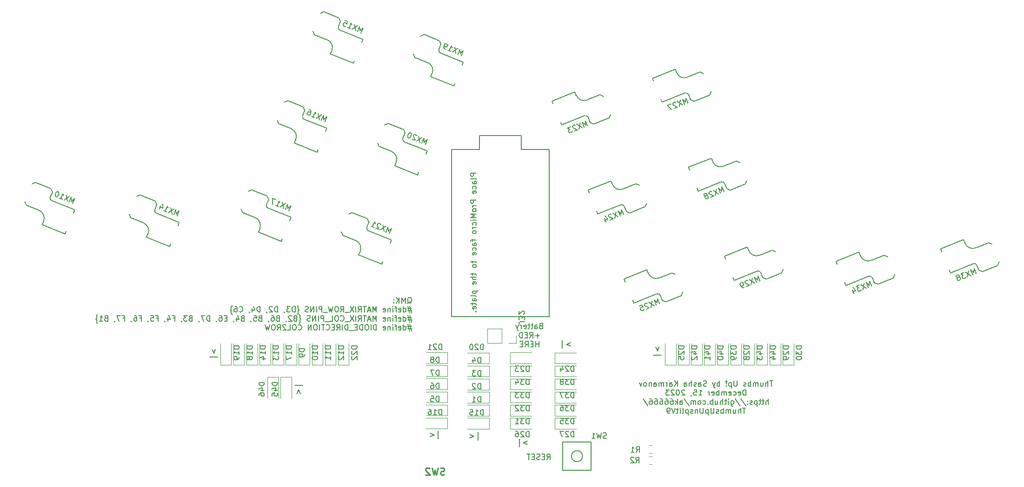
<source format=gbr>
G04 #@! TF.GenerationSoftware,KiCad,Pcbnew,(5.1.4)-1*
G04 #@! TF.CreationDate,2023-12-29T15:47:13-05:00*
G04 #@! TF.ProjectId,ThumbsUp,5468756d-6273-4557-902e-6b696361645f,rev?*
G04 #@! TF.SameCoordinates,Original*
G04 #@! TF.FileFunction,Legend,Bot*
G04 #@! TF.FilePolarity,Positive*
%FSLAX46Y46*%
G04 Gerber Fmt 4.6, Leading zero omitted, Abs format (unit mm)*
G04 Created by KiCad (PCBNEW (5.1.4)-1) date 2023-12-29 15:47:13*
%MOMM*%
%LPD*%
G04 APERTURE LIST*
%ADD10C,0.150000*%
%ADD11C,0.120000*%
%ADD12C,0.254000*%
G04 APERTURE END LIST*
D10*
X115723714Y-128997952D02*
X114295142Y-128997952D01*
X114723714Y-130474142D02*
X115009428Y-129712238D01*
X115295142Y-130474142D01*
X159111428Y-118118571D02*
X158968571Y-118166190D01*
X158920952Y-118213809D01*
X158873333Y-118309047D01*
X158873333Y-118451904D01*
X158920952Y-118547142D01*
X158968571Y-118594761D01*
X159063809Y-118642380D01*
X159444761Y-118642380D01*
X159444761Y-117642380D01*
X159111428Y-117642380D01*
X159016190Y-117690000D01*
X158968571Y-117737619D01*
X158920952Y-117832857D01*
X158920952Y-117928095D01*
X158968571Y-118023333D01*
X159016190Y-118070952D01*
X159111428Y-118118571D01*
X159444761Y-118118571D01*
X158016190Y-118642380D02*
X158016190Y-118118571D01*
X158063809Y-118023333D01*
X158159047Y-117975714D01*
X158349523Y-117975714D01*
X158444761Y-118023333D01*
X158016190Y-118594761D02*
X158111428Y-118642380D01*
X158349523Y-118642380D01*
X158444761Y-118594761D01*
X158492380Y-118499523D01*
X158492380Y-118404285D01*
X158444761Y-118309047D01*
X158349523Y-118261428D01*
X158111428Y-118261428D01*
X158016190Y-118213809D01*
X157682857Y-117975714D02*
X157301904Y-117975714D01*
X157540000Y-117642380D02*
X157540000Y-118499523D01*
X157492380Y-118594761D01*
X157397142Y-118642380D01*
X157301904Y-118642380D01*
X157111428Y-117975714D02*
X156730476Y-117975714D01*
X156968571Y-117642380D02*
X156968571Y-118499523D01*
X156920952Y-118594761D01*
X156825714Y-118642380D01*
X156730476Y-118642380D01*
X156016190Y-118594761D02*
X156111428Y-118642380D01*
X156301904Y-118642380D01*
X156397142Y-118594761D01*
X156444761Y-118499523D01*
X156444761Y-118118571D01*
X156397142Y-118023333D01*
X156301904Y-117975714D01*
X156111428Y-117975714D01*
X156016190Y-118023333D01*
X155968571Y-118118571D01*
X155968571Y-118213809D01*
X156444761Y-118309047D01*
X155540000Y-118642380D02*
X155540000Y-117975714D01*
X155540000Y-118166190D02*
X155492380Y-118070952D01*
X155444761Y-118023333D01*
X155349523Y-117975714D01*
X155254285Y-117975714D01*
X155016190Y-117975714D02*
X154778095Y-118642380D01*
X154540000Y-117975714D02*
X154778095Y-118642380D01*
X154873333Y-118880476D01*
X154920952Y-118928095D01*
X155016190Y-118975714D01*
X158873333Y-119911428D02*
X158111428Y-119911428D01*
X158492380Y-120292380D02*
X158492380Y-119530476D01*
X157063809Y-120292380D02*
X157397142Y-119816190D01*
X157635238Y-120292380D02*
X157635238Y-119292380D01*
X157254285Y-119292380D01*
X157159047Y-119340000D01*
X157111428Y-119387619D01*
X157063809Y-119482857D01*
X157063809Y-119625714D01*
X157111428Y-119720952D01*
X157159047Y-119768571D01*
X157254285Y-119816190D01*
X157635238Y-119816190D01*
X156635238Y-119768571D02*
X156301904Y-119768571D01*
X156159047Y-120292380D02*
X156635238Y-120292380D01*
X156635238Y-119292380D01*
X156159047Y-119292380D01*
X155730476Y-120292380D02*
X155730476Y-119292380D01*
X155492380Y-119292380D01*
X155349523Y-119340000D01*
X155254285Y-119435238D01*
X155206666Y-119530476D01*
X155159047Y-119720952D01*
X155159047Y-119863809D01*
X155206666Y-120054285D01*
X155254285Y-120149523D01*
X155349523Y-120244761D01*
X155492380Y-120292380D01*
X155730476Y-120292380D01*
X158730476Y-121942380D02*
X158730476Y-120942380D01*
X158730476Y-121418571D02*
X158159047Y-121418571D01*
X158159047Y-121942380D02*
X158159047Y-120942380D01*
X157682857Y-121418571D02*
X157349523Y-121418571D01*
X157206666Y-121942380D02*
X157682857Y-121942380D01*
X157682857Y-120942380D01*
X157206666Y-120942380D01*
X156206666Y-121942380D02*
X156540000Y-121466190D01*
X156778095Y-121942380D02*
X156778095Y-120942380D01*
X156397142Y-120942380D01*
X156301904Y-120990000D01*
X156254285Y-121037619D01*
X156206666Y-121132857D01*
X156206666Y-121275714D01*
X156254285Y-121370952D01*
X156301904Y-121418571D01*
X156397142Y-121466190D01*
X156778095Y-121466190D01*
X155778095Y-121418571D02*
X155444761Y-121418571D01*
X155301904Y-121942380D02*
X155778095Y-121942380D01*
X155778095Y-120942380D01*
X155301904Y-120942380D01*
X160202380Y-142492380D02*
X160535714Y-142016190D01*
X160773809Y-142492380D02*
X160773809Y-141492380D01*
X160392857Y-141492380D01*
X160297619Y-141540000D01*
X160250000Y-141587619D01*
X160202380Y-141682857D01*
X160202380Y-141825714D01*
X160250000Y-141920952D01*
X160297619Y-141968571D01*
X160392857Y-142016190D01*
X160773809Y-142016190D01*
X159773809Y-141968571D02*
X159440476Y-141968571D01*
X159297619Y-142492380D02*
X159773809Y-142492380D01*
X159773809Y-141492380D01*
X159297619Y-141492380D01*
X158916666Y-142444761D02*
X158773809Y-142492380D01*
X158535714Y-142492380D01*
X158440476Y-142444761D01*
X158392857Y-142397142D01*
X158345238Y-142301904D01*
X158345238Y-142206666D01*
X158392857Y-142111428D01*
X158440476Y-142063809D01*
X158535714Y-142016190D01*
X158726190Y-141968571D01*
X158821428Y-141920952D01*
X158869047Y-141873333D01*
X158916666Y-141778095D01*
X158916666Y-141682857D01*
X158869047Y-141587619D01*
X158821428Y-141540000D01*
X158726190Y-141492380D01*
X158488095Y-141492380D01*
X158345238Y-141540000D01*
X157916666Y-141968571D02*
X157583333Y-141968571D01*
X157440476Y-142492380D02*
X157916666Y-142492380D01*
X157916666Y-141492380D01*
X157440476Y-141492380D01*
X157154761Y-141492380D02*
X156583333Y-141492380D01*
X156869047Y-142492380D02*
X156869047Y-141492380D01*
X147632047Y-138964714D02*
X147632047Y-137536142D01*
X146155857Y-137964714D02*
X146917761Y-138250428D01*
X146155857Y-138536142D01*
X140393047Y-138710714D02*
X140393047Y-137282142D01*
X138916857Y-137710714D02*
X139678761Y-137996428D01*
X138916857Y-138282142D01*
X155210952Y-138714285D02*
X155210952Y-140142857D01*
X156687142Y-139714285D02*
X155925238Y-139428571D01*
X156687142Y-139142857D01*
X163030952Y-120756285D02*
X163030952Y-122184857D01*
X164507142Y-121756285D02*
X163745238Y-121470571D01*
X164507142Y-121184857D01*
X98856285Y-123812047D02*
X100284857Y-123812047D01*
X99856285Y-122335857D02*
X99570571Y-123097761D01*
X99284857Y-122335857D01*
X179628285Y-123431047D02*
X181056857Y-123431047D01*
X180628285Y-121954857D02*
X180342571Y-122716761D01*
X180056857Y-121954857D01*
X147338380Y-90253952D02*
X146338380Y-90253952D01*
X146338380Y-90634904D01*
X146386000Y-90730142D01*
X146433619Y-90777761D01*
X146528857Y-90825380D01*
X146671714Y-90825380D01*
X146766952Y-90777761D01*
X146814571Y-90730142D01*
X146862190Y-90634904D01*
X146862190Y-90253952D01*
X147338380Y-91396809D02*
X147290761Y-91301571D01*
X147195523Y-91253952D01*
X146338380Y-91253952D01*
X147338380Y-92206333D02*
X146814571Y-92206333D01*
X146719333Y-92158714D01*
X146671714Y-92063476D01*
X146671714Y-91873000D01*
X146719333Y-91777761D01*
X147290761Y-92206333D02*
X147338380Y-92111095D01*
X147338380Y-91873000D01*
X147290761Y-91777761D01*
X147195523Y-91730142D01*
X147100285Y-91730142D01*
X147005047Y-91777761D01*
X146957428Y-91873000D01*
X146957428Y-92111095D01*
X146909809Y-92206333D01*
X147290761Y-93111095D02*
X147338380Y-93015857D01*
X147338380Y-92825380D01*
X147290761Y-92730142D01*
X147243142Y-92682523D01*
X147147904Y-92634904D01*
X146862190Y-92634904D01*
X146766952Y-92682523D01*
X146719333Y-92730142D01*
X146671714Y-92825380D01*
X146671714Y-93015857D01*
X146719333Y-93111095D01*
X147290761Y-93920619D02*
X147338380Y-93825380D01*
X147338380Y-93634904D01*
X147290761Y-93539666D01*
X147195523Y-93492047D01*
X146814571Y-93492047D01*
X146719333Y-93539666D01*
X146671714Y-93634904D01*
X146671714Y-93825380D01*
X146719333Y-93920619D01*
X146814571Y-93968238D01*
X146909809Y-93968238D01*
X147005047Y-93492047D01*
X147338380Y-95158714D02*
X146338380Y-95158714D01*
X146338380Y-95539666D01*
X146386000Y-95634904D01*
X146433619Y-95682523D01*
X146528857Y-95730142D01*
X146671714Y-95730142D01*
X146766952Y-95682523D01*
X146814571Y-95634904D01*
X146862190Y-95539666D01*
X146862190Y-95158714D01*
X147338380Y-96158714D02*
X146671714Y-96158714D01*
X146862190Y-96158714D02*
X146766952Y-96206333D01*
X146719333Y-96253952D01*
X146671714Y-96349190D01*
X146671714Y-96444428D01*
X147338380Y-96920619D02*
X147290761Y-96825380D01*
X147243142Y-96777761D01*
X147147904Y-96730142D01*
X146862190Y-96730142D01*
X146766952Y-96777761D01*
X146719333Y-96825380D01*
X146671714Y-96920619D01*
X146671714Y-97063476D01*
X146719333Y-97158714D01*
X146766952Y-97206333D01*
X146862190Y-97253952D01*
X147147904Y-97253952D01*
X147243142Y-97206333D01*
X147290761Y-97158714D01*
X147338380Y-97063476D01*
X147338380Y-96920619D01*
X147338380Y-97682523D02*
X146338380Y-97682523D01*
X147052666Y-98015857D01*
X146338380Y-98349190D01*
X147338380Y-98349190D01*
X147338380Y-98825380D02*
X146671714Y-98825380D01*
X146338380Y-98825380D02*
X146386000Y-98777761D01*
X146433619Y-98825380D01*
X146386000Y-98873000D01*
X146338380Y-98825380D01*
X146433619Y-98825380D01*
X147290761Y-99730142D02*
X147338380Y-99634904D01*
X147338380Y-99444428D01*
X147290761Y-99349190D01*
X147243142Y-99301571D01*
X147147904Y-99253952D01*
X146862190Y-99253952D01*
X146766952Y-99301571D01*
X146719333Y-99349190D01*
X146671714Y-99444428D01*
X146671714Y-99634904D01*
X146719333Y-99730142D01*
X147338380Y-100158714D02*
X146671714Y-100158714D01*
X146862190Y-100158714D02*
X146766952Y-100206333D01*
X146719333Y-100253952D01*
X146671714Y-100349190D01*
X146671714Y-100444428D01*
X147338380Y-100920619D02*
X147290761Y-100825380D01*
X147243142Y-100777761D01*
X147147904Y-100730142D01*
X146862190Y-100730142D01*
X146766952Y-100777761D01*
X146719333Y-100825380D01*
X146671714Y-100920619D01*
X146671714Y-101063476D01*
X146719333Y-101158714D01*
X146766952Y-101206333D01*
X146862190Y-101253952D01*
X147147904Y-101253952D01*
X147243142Y-101206333D01*
X147290761Y-101158714D01*
X147338380Y-101063476D01*
X147338380Y-100920619D01*
X146671714Y-102301571D02*
X146671714Y-102682523D01*
X147338380Y-102444428D02*
X146481238Y-102444428D01*
X146386000Y-102492047D01*
X146338380Y-102587285D01*
X146338380Y-102682523D01*
X147338380Y-103444428D02*
X146814571Y-103444428D01*
X146719333Y-103396809D01*
X146671714Y-103301571D01*
X146671714Y-103111095D01*
X146719333Y-103015857D01*
X147290761Y-103444428D02*
X147338380Y-103349190D01*
X147338380Y-103111095D01*
X147290761Y-103015857D01*
X147195523Y-102968238D01*
X147100285Y-102968238D01*
X147005047Y-103015857D01*
X146957428Y-103111095D01*
X146957428Y-103349190D01*
X146909809Y-103444428D01*
X147290761Y-104349190D02*
X147338380Y-104253952D01*
X147338380Y-104063476D01*
X147290761Y-103968238D01*
X147243142Y-103920619D01*
X147147904Y-103873000D01*
X146862190Y-103873000D01*
X146766952Y-103920619D01*
X146719333Y-103968238D01*
X146671714Y-104063476D01*
X146671714Y-104253952D01*
X146719333Y-104349190D01*
X147290761Y-105158714D02*
X147338380Y-105063476D01*
X147338380Y-104873000D01*
X147290761Y-104777761D01*
X147195523Y-104730142D01*
X146814571Y-104730142D01*
X146719333Y-104777761D01*
X146671714Y-104873000D01*
X146671714Y-105063476D01*
X146719333Y-105158714D01*
X146814571Y-105206333D01*
X146909809Y-105206333D01*
X147005047Y-104730142D01*
X146671714Y-106253952D02*
X146671714Y-106634904D01*
X146338380Y-106396809D02*
X147195523Y-106396809D01*
X147290761Y-106444428D01*
X147338380Y-106539666D01*
X147338380Y-106634904D01*
X147338380Y-107111095D02*
X147290761Y-107015857D01*
X147243142Y-106968238D01*
X147147904Y-106920619D01*
X146862190Y-106920619D01*
X146766952Y-106968238D01*
X146719333Y-107015857D01*
X146671714Y-107111095D01*
X146671714Y-107253952D01*
X146719333Y-107349190D01*
X146766952Y-107396809D01*
X146862190Y-107444428D01*
X147147904Y-107444428D01*
X147243142Y-107396809D01*
X147290761Y-107349190D01*
X147338380Y-107253952D01*
X147338380Y-107111095D01*
X146671714Y-108492047D02*
X146671714Y-108873000D01*
X146338380Y-108634904D02*
X147195523Y-108634904D01*
X147290761Y-108682523D01*
X147338380Y-108777761D01*
X147338380Y-108873000D01*
X147338380Y-109206333D02*
X146338380Y-109206333D01*
X147338380Y-109634904D02*
X146814571Y-109634904D01*
X146719333Y-109587285D01*
X146671714Y-109492047D01*
X146671714Y-109349190D01*
X146719333Y-109253952D01*
X146766952Y-109206333D01*
X147290761Y-110492047D02*
X147338380Y-110396809D01*
X147338380Y-110206333D01*
X147290761Y-110111095D01*
X147195523Y-110063476D01*
X146814571Y-110063476D01*
X146719333Y-110111095D01*
X146671714Y-110206333D01*
X146671714Y-110396809D01*
X146719333Y-110492047D01*
X146814571Y-110539666D01*
X146909809Y-110539666D01*
X147005047Y-110063476D01*
X146671714Y-111730142D02*
X147671714Y-111730142D01*
X146719333Y-111730142D02*
X146671714Y-111825380D01*
X146671714Y-112015857D01*
X146719333Y-112111095D01*
X146766952Y-112158714D01*
X146862190Y-112206333D01*
X147147904Y-112206333D01*
X147243142Y-112158714D01*
X147290761Y-112111095D01*
X147338380Y-112015857D01*
X147338380Y-111825380D01*
X147290761Y-111730142D01*
X147338380Y-112777761D02*
X147290761Y-112682523D01*
X147195523Y-112634904D01*
X146338380Y-112634904D01*
X147338380Y-113587285D02*
X146814571Y-113587285D01*
X146719333Y-113539666D01*
X146671714Y-113444428D01*
X146671714Y-113253952D01*
X146719333Y-113158714D01*
X147290761Y-113587285D02*
X147338380Y-113492047D01*
X147338380Y-113253952D01*
X147290761Y-113158714D01*
X147195523Y-113111095D01*
X147100285Y-113111095D01*
X147005047Y-113158714D01*
X146957428Y-113253952D01*
X146957428Y-113492047D01*
X146909809Y-113587285D01*
X146671714Y-113920619D02*
X146671714Y-114301571D01*
X146338380Y-114063476D02*
X147195523Y-114063476D01*
X147290761Y-114111095D01*
X147338380Y-114206333D01*
X147338380Y-114301571D01*
X147290761Y-115015857D02*
X147338380Y-114920619D01*
X147338380Y-114730142D01*
X147290761Y-114634904D01*
X147195523Y-114587285D01*
X146814571Y-114587285D01*
X146719333Y-114634904D01*
X146671714Y-114730142D01*
X146671714Y-114920619D01*
X146719333Y-115015857D01*
X146814571Y-115063476D01*
X146909809Y-115063476D01*
X147005047Y-114587285D01*
X147243142Y-115492047D02*
X147290761Y-115539666D01*
X147338380Y-115492047D01*
X147290761Y-115444428D01*
X147243142Y-115492047D01*
X147338380Y-115492047D01*
X134834738Y-114026619D02*
X134929976Y-113979000D01*
X135025214Y-113883761D01*
X135168071Y-113740904D01*
X135263309Y-113693285D01*
X135358547Y-113693285D01*
X135310928Y-113931380D02*
X135406166Y-113883761D01*
X135501404Y-113788523D01*
X135549023Y-113598047D01*
X135549023Y-113264714D01*
X135501404Y-113074238D01*
X135406166Y-112979000D01*
X135310928Y-112931380D01*
X135120452Y-112931380D01*
X135025214Y-112979000D01*
X134929976Y-113074238D01*
X134882357Y-113264714D01*
X134882357Y-113598047D01*
X134929976Y-113788523D01*
X135025214Y-113883761D01*
X135120452Y-113931380D01*
X135310928Y-113931380D01*
X134453785Y-113931380D02*
X134453785Y-112931380D01*
X134120452Y-113645666D01*
X133787119Y-112931380D01*
X133787119Y-113931380D01*
X133310928Y-113931380D02*
X133310928Y-112931380D01*
X132739500Y-113931380D02*
X133168071Y-113359952D01*
X132739500Y-112931380D02*
X133310928Y-113502809D01*
X132310928Y-113836142D02*
X132263309Y-113883761D01*
X132310928Y-113931380D01*
X132358547Y-113883761D01*
X132310928Y-113836142D01*
X132310928Y-113931380D01*
X132310928Y-113312333D02*
X132263309Y-113359952D01*
X132310928Y-113407571D01*
X132358547Y-113359952D01*
X132310928Y-113312333D01*
X132310928Y-113407571D01*
X135549023Y-114914714D02*
X134834738Y-114914714D01*
X135263309Y-114486142D02*
X135549023Y-115771857D01*
X134929976Y-115343285D02*
X135644261Y-115343285D01*
X135215690Y-115771857D02*
X134929976Y-114486142D01*
X134072833Y-115581380D02*
X134072833Y-114581380D01*
X134072833Y-115533761D02*
X134168071Y-115581380D01*
X134358547Y-115581380D01*
X134453785Y-115533761D01*
X134501404Y-115486142D01*
X134549023Y-115390904D01*
X134549023Y-115105190D01*
X134501404Y-115009952D01*
X134453785Y-114962333D01*
X134358547Y-114914714D01*
X134168071Y-114914714D01*
X134072833Y-114962333D01*
X133215690Y-115533761D02*
X133310928Y-115581380D01*
X133501404Y-115581380D01*
X133596642Y-115533761D01*
X133644261Y-115438523D01*
X133644261Y-115057571D01*
X133596642Y-114962333D01*
X133501404Y-114914714D01*
X133310928Y-114914714D01*
X133215690Y-114962333D01*
X133168071Y-115057571D01*
X133168071Y-115152809D01*
X133644261Y-115248047D01*
X132882357Y-114914714D02*
X132501404Y-114914714D01*
X132739500Y-115581380D02*
X132739500Y-114724238D01*
X132691880Y-114629000D01*
X132596642Y-114581380D01*
X132501404Y-114581380D01*
X132168071Y-115581380D02*
X132168071Y-114914714D01*
X132168071Y-114581380D02*
X132215690Y-114629000D01*
X132168071Y-114676619D01*
X132120452Y-114629000D01*
X132168071Y-114581380D01*
X132168071Y-114676619D01*
X131691880Y-114914714D02*
X131691880Y-115581380D01*
X131691880Y-115009952D02*
X131644261Y-114962333D01*
X131549023Y-114914714D01*
X131406166Y-114914714D01*
X131310928Y-114962333D01*
X131263309Y-115057571D01*
X131263309Y-115581380D01*
X130406166Y-115533761D02*
X130501404Y-115581380D01*
X130691880Y-115581380D01*
X130787119Y-115533761D01*
X130834738Y-115438523D01*
X130834738Y-115057571D01*
X130787119Y-114962333D01*
X130691880Y-114914714D01*
X130501404Y-114914714D01*
X130406166Y-114962333D01*
X130358547Y-115057571D01*
X130358547Y-115152809D01*
X130834738Y-115248047D01*
X129168071Y-115581380D02*
X129168071Y-114581380D01*
X128834738Y-115295666D01*
X128501404Y-114581380D01*
X128501404Y-115581380D01*
X128072833Y-115295666D02*
X127596642Y-115295666D01*
X128168071Y-115581380D02*
X127834738Y-114581380D01*
X127501404Y-115581380D01*
X127310928Y-114581380D02*
X126739500Y-114581380D01*
X127025214Y-115581380D02*
X127025214Y-114581380D01*
X125834738Y-115581380D02*
X126168071Y-115105190D01*
X126406166Y-115581380D02*
X126406166Y-114581380D01*
X126025214Y-114581380D01*
X125929976Y-114629000D01*
X125882357Y-114676619D01*
X125834738Y-114771857D01*
X125834738Y-114914714D01*
X125882357Y-115009952D01*
X125929976Y-115057571D01*
X126025214Y-115105190D01*
X126406166Y-115105190D01*
X125406166Y-115581380D02*
X125406166Y-114581380D01*
X125025214Y-114581380D02*
X124358547Y-115581380D01*
X124358547Y-114581380D02*
X125025214Y-115581380D01*
X124215690Y-115676619D02*
X123453785Y-115676619D01*
X122644261Y-115581380D02*
X122977595Y-115105190D01*
X123215690Y-115581380D02*
X123215690Y-114581380D01*
X122834738Y-114581380D01*
X122739500Y-114629000D01*
X122691880Y-114676619D01*
X122644261Y-114771857D01*
X122644261Y-114914714D01*
X122691880Y-115009952D01*
X122739500Y-115057571D01*
X122834738Y-115105190D01*
X123215690Y-115105190D01*
X122025214Y-114581380D02*
X121834738Y-114581380D01*
X121739500Y-114629000D01*
X121644261Y-114724238D01*
X121596642Y-114914714D01*
X121596642Y-115248047D01*
X121644261Y-115438523D01*
X121739500Y-115533761D01*
X121834738Y-115581380D01*
X122025214Y-115581380D01*
X122120452Y-115533761D01*
X122215690Y-115438523D01*
X122263309Y-115248047D01*
X122263309Y-114914714D01*
X122215690Y-114724238D01*
X122120452Y-114629000D01*
X122025214Y-114581380D01*
X121263309Y-114581380D02*
X121025214Y-115581380D01*
X120834738Y-114867095D01*
X120644261Y-115581380D01*
X120406166Y-114581380D01*
X120263309Y-115676619D02*
X119501404Y-115676619D01*
X119263309Y-115581380D02*
X119263309Y-114581380D01*
X118882357Y-114581380D01*
X118787119Y-114629000D01*
X118739500Y-114676619D01*
X118691880Y-114771857D01*
X118691880Y-114914714D01*
X118739500Y-115009952D01*
X118787119Y-115057571D01*
X118882357Y-115105190D01*
X119263309Y-115105190D01*
X118263309Y-115581380D02*
X118263309Y-114581380D01*
X117787119Y-115581380D02*
X117787119Y-114581380D01*
X117215690Y-115581380D01*
X117215690Y-114581380D01*
X116787119Y-115533761D02*
X116644261Y-115581380D01*
X116406166Y-115581380D01*
X116310928Y-115533761D01*
X116263309Y-115486142D01*
X116215690Y-115390904D01*
X116215690Y-115295666D01*
X116263309Y-115200428D01*
X116310928Y-115152809D01*
X116406166Y-115105190D01*
X116596642Y-115057571D01*
X116691880Y-115009952D01*
X116739500Y-114962333D01*
X116787119Y-114867095D01*
X116787119Y-114771857D01*
X116739500Y-114676619D01*
X116691880Y-114629000D01*
X116596642Y-114581380D01*
X116358547Y-114581380D01*
X116215690Y-114629000D01*
X114739500Y-115962333D02*
X114787119Y-115962333D01*
X114882357Y-115914714D01*
X114929976Y-115819476D01*
X114929976Y-115343285D01*
X114977595Y-115248047D01*
X115072833Y-115200428D01*
X114977595Y-115152809D01*
X114929976Y-115057571D01*
X114929976Y-114581380D01*
X114882357Y-114486142D01*
X114787119Y-114438523D01*
X114739500Y-114438523D01*
X114358547Y-115581380D02*
X114358547Y-114581380D01*
X114120452Y-114581380D01*
X113977595Y-114629000D01*
X113882357Y-114724238D01*
X113834738Y-114819476D01*
X113787119Y-115009952D01*
X113787119Y-115152809D01*
X113834738Y-115343285D01*
X113882357Y-115438523D01*
X113977595Y-115533761D01*
X114120452Y-115581380D01*
X114358547Y-115581380D01*
X113453785Y-114581380D02*
X112834738Y-114581380D01*
X113168071Y-114962333D01*
X113025214Y-114962333D01*
X112929976Y-115009952D01*
X112882357Y-115057571D01*
X112834738Y-115152809D01*
X112834738Y-115390904D01*
X112882357Y-115486142D01*
X112929976Y-115533761D01*
X113025214Y-115581380D01*
X113310928Y-115581380D01*
X113406166Y-115533761D01*
X113453785Y-115486142D01*
X112358547Y-115533761D02*
X112358547Y-115581380D01*
X112406166Y-115676619D01*
X112453785Y-115724238D01*
X111168071Y-115581380D02*
X111168071Y-114581380D01*
X110929976Y-114581380D01*
X110787119Y-114629000D01*
X110691880Y-114724238D01*
X110644261Y-114819476D01*
X110596642Y-115009952D01*
X110596642Y-115152809D01*
X110644261Y-115343285D01*
X110691880Y-115438523D01*
X110787119Y-115533761D01*
X110929976Y-115581380D01*
X111168071Y-115581380D01*
X110215690Y-114676619D02*
X110168071Y-114629000D01*
X110072833Y-114581380D01*
X109834738Y-114581380D01*
X109739500Y-114629000D01*
X109691880Y-114676619D01*
X109644261Y-114771857D01*
X109644261Y-114867095D01*
X109691880Y-115009952D01*
X110263309Y-115581380D01*
X109644261Y-115581380D01*
X109168071Y-115533761D02*
X109168071Y-115581380D01*
X109215690Y-115676619D01*
X109263309Y-115724238D01*
X107977595Y-115581380D02*
X107977595Y-114581380D01*
X107739500Y-114581380D01*
X107596642Y-114629000D01*
X107501404Y-114724238D01*
X107453785Y-114819476D01*
X107406166Y-115009952D01*
X107406166Y-115152809D01*
X107453785Y-115343285D01*
X107501404Y-115438523D01*
X107596642Y-115533761D01*
X107739500Y-115581380D01*
X107977595Y-115581380D01*
X106549023Y-114914714D02*
X106549023Y-115581380D01*
X106787119Y-114533761D02*
X107025214Y-115248047D01*
X106406166Y-115248047D01*
X105977595Y-115533761D02*
X105977595Y-115581380D01*
X106025214Y-115676619D01*
X106072833Y-115724238D01*
X104215690Y-115486142D02*
X104263309Y-115533761D01*
X104406166Y-115581380D01*
X104501404Y-115581380D01*
X104644261Y-115533761D01*
X104739500Y-115438523D01*
X104787119Y-115343285D01*
X104834738Y-115152809D01*
X104834738Y-115009952D01*
X104787119Y-114819476D01*
X104739500Y-114724238D01*
X104644261Y-114629000D01*
X104501404Y-114581380D01*
X104406166Y-114581380D01*
X104263309Y-114629000D01*
X104215690Y-114676619D01*
X103358547Y-114581380D02*
X103549023Y-114581380D01*
X103644261Y-114629000D01*
X103691880Y-114676619D01*
X103787119Y-114819476D01*
X103834738Y-115009952D01*
X103834738Y-115390904D01*
X103787119Y-115486142D01*
X103739500Y-115533761D01*
X103644261Y-115581380D01*
X103453785Y-115581380D01*
X103358547Y-115533761D01*
X103310928Y-115486142D01*
X103263309Y-115390904D01*
X103263309Y-115152809D01*
X103310928Y-115057571D01*
X103358547Y-115009952D01*
X103453785Y-114962333D01*
X103644261Y-114962333D01*
X103739500Y-115009952D01*
X103787119Y-115057571D01*
X103834738Y-115152809D01*
X102929976Y-115962333D02*
X102882357Y-115962333D01*
X102787119Y-115914714D01*
X102739500Y-115819476D01*
X102739500Y-115343285D01*
X102691880Y-115248047D01*
X102596642Y-115200428D01*
X102691880Y-115152809D01*
X102739500Y-115057571D01*
X102739500Y-114581380D01*
X102787119Y-114486142D01*
X102882357Y-114438523D01*
X102929976Y-114438523D01*
X135549023Y-116564714D02*
X134834738Y-116564714D01*
X135263309Y-116136142D02*
X135549023Y-117421857D01*
X134929976Y-116993285D02*
X135644261Y-116993285D01*
X135215690Y-117421857D02*
X134929976Y-116136142D01*
X134072833Y-117231380D02*
X134072833Y-116231380D01*
X134072833Y-117183761D02*
X134168071Y-117231380D01*
X134358547Y-117231380D01*
X134453785Y-117183761D01*
X134501404Y-117136142D01*
X134549023Y-117040904D01*
X134549023Y-116755190D01*
X134501404Y-116659952D01*
X134453785Y-116612333D01*
X134358547Y-116564714D01*
X134168071Y-116564714D01*
X134072833Y-116612333D01*
X133215690Y-117183761D02*
X133310928Y-117231380D01*
X133501404Y-117231380D01*
X133596642Y-117183761D01*
X133644261Y-117088523D01*
X133644261Y-116707571D01*
X133596642Y-116612333D01*
X133501404Y-116564714D01*
X133310928Y-116564714D01*
X133215690Y-116612333D01*
X133168071Y-116707571D01*
X133168071Y-116802809D01*
X133644261Y-116898047D01*
X132882357Y-116564714D02*
X132501404Y-116564714D01*
X132739500Y-117231380D02*
X132739500Y-116374238D01*
X132691880Y-116279000D01*
X132596642Y-116231380D01*
X132501404Y-116231380D01*
X132168071Y-117231380D02*
X132168071Y-116564714D01*
X132168071Y-116231380D02*
X132215690Y-116279000D01*
X132168071Y-116326619D01*
X132120452Y-116279000D01*
X132168071Y-116231380D01*
X132168071Y-116326619D01*
X131691880Y-116564714D02*
X131691880Y-117231380D01*
X131691880Y-116659952D02*
X131644261Y-116612333D01*
X131549023Y-116564714D01*
X131406166Y-116564714D01*
X131310928Y-116612333D01*
X131263309Y-116707571D01*
X131263309Y-117231380D01*
X130406166Y-117183761D02*
X130501404Y-117231380D01*
X130691880Y-117231380D01*
X130787119Y-117183761D01*
X130834738Y-117088523D01*
X130834738Y-116707571D01*
X130787119Y-116612333D01*
X130691880Y-116564714D01*
X130501404Y-116564714D01*
X130406166Y-116612333D01*
X130358547Y-116707571D01*
X130358547Y-116802809D01*
X130834738Y-116898047D01*
X129168071Y-117231380D02*
X129168071Y-116231380D01*
X128834738Y-116945666D01*
X128501404Y-116231380D01*
X128501404Y-117231380D01*
X128072833Y-116945666D02*
X127596642Y-116945666D01*
X128168071Y-117231380D02*
X127834738Y-116231380D01*
X127501404Y-117231380D01*
X127310928Y-116231380D02*
X126739500Y-116231380D01*
X127025214Y-117231380D02*
X127025214Y-116231380D01*
X125834738Y-117231380D02*
X126168071Y-116755190D01*
X126406166Y-117231380D02*
X126406166Y-116231380D01*
X126025214Y-116231380D01*
X125929976Y-116279000D01*
X125882357Y-116326619D01*
X125834738Y-116421857D01*
X125834738Y-116564714D01*
X125882357Y-116659952D01*
X125929976Y-116707571D01*
X126025214Y-116755190D01*
X126406166Y-116755190D01*
X125406166Y-117231380D02*
X125406166Y-116231380D01*
X125025214Y-116231380D02*
X124358547Y-117231380D01*
X124358547Y-116231380D02*
X125025214Y-117231380D01*
X124215690Y-117326619D02*
X123453785Y-117326619D01*
X122644261Y-117136142D02*
X122691880Y-117183761D01*
X122834738Y-117231380D01*
X122929976Y-117231380D01*
X123072833Y-117183761D01*
X123168071Y-117088523D01*
X123215690Y-116993285D01*
X123263309Y-116802809D01*
X123263309Y-116659952D01*
X123215690Y-116469476D01*
X123168071Y-116374238D01*
X123072833Y-116279000D01*
X122929976Y-116231380D01*
X122834738Y-116231380D01*
X122691880Y-116279000D01*
X122644261Y-116326619D01*
X122025214Y-116231380D02*
X121834738Y-116231380D01*
X121739500Y-116279000D01*
X121644261Y-116374238D01*
X121596642Y-116564714D01*
X121596642Y-116898047D01*
X121644261Y-117088523D01*
X121739500Y-117183761D01*
X121834738Y-117231380D01*
X122025214Y-117231380D01*
X122120452Y-117183761D01*
X122215690Y-117088523D01*
X122263309Y-116898047D01*
X122263309Y-116564714D01*
X122215690Y-116374238D01*
X122120452Y-116279000D01*
X122025214Y-116231380D01*
X120691880Y-117231380D02*
X121168071Y-117231380D01*
X121168071Y-116231380D01*
X120596642Y-117326619D02*
X119834738Y-117326619D01*
X119596642Y-117231380D02*
X119596642Y-116231380D01*
X119215690Y-116231380D01*
X119120452Y-116279000D01*
X119072833Y-116326619D01*
X119025214Y-116421857D01*
X119025214Y-116564714D01*
X119072833Y-116659952D01*
X119120452Y-116707571D01*
X119215690Y-116755190D01*
X119596642Y-116755190D01*
X118596642Y-117231380D02*
X118596642Y-116231380D01*
X118120452Y-117231380D02*
X118120452Y-116231380D01*
X117549023Y-117231380D01*
X117549023Y-116231380D01*
X117120452Y-117183761D02*
X116977595Y-117231380D01*
X116739500Y-117231380D01*
X116644261Y-117183761D01*
X116596642Y-117136142D01*
X116549023Y-117040904D01*
X116549023Y-116945666D01*
X116596642Y-116850428D01*
X116644261Y-116802809D01*
X116739500Y-116755190D01*
X116929976Y-116707571D01*
X117025214Y-116659952D01*
X117072833Y-116612333D01*
X117120452Y-116517095D01*
X117120452Y-116421857D01*
X117072833Y-116326619D01*
X117025214Y-116279000D01*
X116929976Y-116231380D01*
X116691880Y-116231380D01*
X116549023Y-116279000D01*
X115072833Y-117612333D02*
X115120452Y-117612333D01*
X115215690Y-117564714D01*
X115263309Y-117469476D01*
X115263309Y-116993285D01*
X115310928Y-116898047D01*
X115406166Y-116850428D01*
X115310928Y-116802809D01*
X115263309Y-116707571D01*
X115263309Y-116231380D01*
X115215690Y-116136142D01*
X115120452Y-116088523D01*
X115072833Y-116088523D01*
X114358547Y-116707571D02*
X114215690Y-116755190D01*
X114168071Y-116802809D01*
X114120452Y-116898047D01*
X114120452Y-117040904D01*
X114168071Y-117136142D01*
X114215690Y-117183761D01*
X114310928Y-117231380D01*
X114691880Y-117231380D01*
X114691880Y-116231380D01*
X114358547Y-116231380D01*
X114263309Y-116279000D01*
X114215690Y-116326619D01*
X114168071Y-116421857D01*
X114168071Y-116517095D01*
X114215690Y-116612333D01*
X114263309Y-116659952D01*
X114358547Y-116707571D01*
X114691880Y-116707571D01*
X113739500Y-116326619D02*
X113691880Y-116279000D01*
X113596642Y-116231380D01*
X113358547Y-116231380D01*
X113263309Y-116279000D01*
X113215690Y-116326619D01*
X113168071Y-116421857D01*
X113168071Y-116517095D01*
X113215690Y-116659952D01*
X113787119Y-117231380D01*
X113168071Y-117231380D01*
X112691880Y-117183761D02*
X112691880Y-117231380D01*
X112739500Y-117326619D01*
X112787119Y-117374238D01*
X111168071Y-116707571D02*
X111025214Y-116755190D01*
X110977595Y-116802809D01*
X110929976Y-116898047D01*
X110929976Y-117040904D01*
X110977595Y-117136142D01*
X111025214Y-117183761D01*
X111120452Y-117231380D01*
X111501404Y-117231380D01*
X111501404Y-116231380D01*
X111168071Y-116231380D01*
X111072833Y-116279000D01*
X111025214Y-116326619D01*
X110977595Y-116421857D01*
X110977595Y-116517095D01*
X111025214Y-116612333D01*
X111072833Y-116659952D01*
X111168071Y-116707571D01*
X111501404Y-116707571D01*
X110072833Y-116231380D02*
X110263309Y-116231380D01*
X110358547Y-116279000D01*
X110406166Y-116326619D01*
X110501404Y-116469476D01*
X110549023Y-116659952D01*
X110549023Y-117040904D01*
X110501404Y-117136142D01*
X110453785Y-117183761D01*
X110358547Y-117231380D01*
X110168071Y-117231380D01*
X110072833Y-117183761D01*
X110025214Y-117136142D01*
X109977595Y-117040904D01*
X109977595Y-116802809D01*
X110025214Y-116707571D01*
X110072833Y-116659952D01*
X110168071Y-116612333D01*
X110358547Y-116612333D01*
X110453785Y-116659952D01*
X110501404Y-116707571D01*
X110549023Y-116802809D01*
X109501404Y-117183761D02*
X109501404Y-117231380D01*
X109549023Y-117326619D01*
X109596642Y-117374238D01*
X107977595Y-116707571D02*
X107834738Y-116755190D01*
X107787119Y-116802809D01*
X107739500Y-116898047D01*
X107739500Y-117040904D01*
X107787119Y-117136142D01*
X107834738Y-117183761D01*
X107929976Y-117231380D01*
X108310928Y-117231380D01*
X108310928Y-116231380D01*
X107977595Y-116231380D01*
X107882357Y-116279000D01*
X107834738Y-116326619D01*
X107787119Y-116421857D01*
X107787119Y-116517095D01*
X107834738Y-116612333D01*
X107882357Y-116659952D01*
X107977595Y-116707571D01*
X108310928Y-116707571D01*
X106834738Y-116231380D02*
X107310928Y-116231380D01*
X107358547Y-116707571D01*
X107310928Y-116659952D01*
X107215690Y-116612333D01*
X106977595Y-116612333D01*
X106882357Y-116659952D01*
X106834738Y-116707571D01*
X106787119Y-116802809D01*
X106787119Y-117040904D01*
X106834738Y-117136142D01*
X106882357Y-117183761D01*
X106977595Y-117231380D01*
X107215690Y-117231380D01*
X107310928Y-117183761D01*
X107358547Y-117136142D01*
X106310928Y-117183761D02*
X106310928Y-117231380D01*
X106358547Y-117326619D01*
X106406166Y-117374238D01*
X104787119Y-116707571D02*
X104644261Y-116755190D01*
X104596642Y-116802809D01*
X104549023Y-116898047D01*
X104549023Y-117040904D01*
X104596642Y-117136142D01*
X104644261Y-117183761D01*
X104739500Y-117231380D01*
X105120452Y-117231380D01*
X105120452Y-116231380D01*
X104787119Y-116231380D01*
X104691880Y-116279000D01*
X104644261Y-116326619D01*
X104596642Y-116421857D01*
X104596642Y-116517095D01*
X104644261Y-116612333D01*
X104691880Y-116659952D01*
X104787119Y-116707571D01*
X105120452Y-116707571D01*
X103691880Y-116564714D02*
X103691880Y-117231380D01*
X103929976Y-116183761D02*
X104168071Y-116898047D01*
X103549023Y-116898047D01*
X103120452Y-117183761D02*
X103120452Y-117231380D01*
X103168071Y-117326619D01*
X103215690Y-117374238D01*
X101929976Y-116707571D02*
X101596642Y-116707571D01*
X101453785Y-117231380D02*
X101929976Y-117231380D01*
X101929976Y-116231380D01*
X101453785Y-116231380D01*
X100596642Y-116231380D02*
X100787119Y-116231380D01*
X100882357Y-116279000D01*
X100929976Y-116326619D01*
X101025214Y-116469476D01*
X101072833Y-116659952D01*
X101072833Y-117040904D01*
X101025214Y-117136142D01*
X100977595Y-117183761D01*
X100882357Y-117231380D01*
X100691880Y-117231380D01*
X100596642Y-117183761D01*
X100549023Y-117136142D01*
X100501404Y-117040904D01*
X100501404Y-116802809D01*
X100549023Y-116707571D01*
X100596642Y-116659952D01*
X100691880Y-116612333D01*
X100882357Y-116612333D01*
X100977595Y-116659952D01*
X101025214Y-116707571D01*
X101072833Y-116802809D01*
X100025214Y-117183761D02*
X100025214Y-117231380D01*
X100072833Y-117326619D01*
X100120452Y-117374238D01*
X98834738Y-117231380D02*
X98834738Y-116231380D01*
X98596642Y-116231380D01*
X98453785Y-116279000D01*
X98358547Y-116374238D01*
X98310928Y-116469476D01*
X98263309Y-116659952D01*
X98263309Y-116802809D01*
X98310928Y-116993285D01*
X98358547Y-117088523D01*
X98453785Y-117183761D01*
X98596642Y-117231380D01*
X98834738Y-117231380D01*
X97929976Y-116231380D02*
X97263309Y-116231380D01*
X97691880Y-117231380D01*
X96834738Y-117183761D02*
X96834738Y-117231380D01*
X96882357Y-117326619D01*
X96929976Y-117374238D01*
X95310928Y-116707571D02*
X95168071Y-116755190D01*
X95120452Y-116802809D01*
X95072833Y-116898047D01*
X95072833Y-117040904D01*
X95120452Y-117136142D01*
X95168071Y-117183761D01*
X95263309Y-117231380D01*
X95644261Y-117231380D01*
X95644261Y-116231380D01*
X95310928Y-116231380D01*
X95215690Y-116279000D01*
X95168071Y-116326619D01*
X95120452Y-116421857D01*
X95120452Y-116517095D01*
X95168071Y-116612333D01*
X95215690Y-116659952D01*
X95310928Y-116707571D01*
X95644261Y-116707571D01*
X94739500Y-116231380D02*
X94120452Y-116231380D01*
X94453785Y-116612333D01*
X94310928Y-116612333D01*
X94215690Y-116659952D01*
X94168071Y-116707571D01*
X94120452Y-116802809D01*
X94120452Y-117040904D01*
X94168071Y-117136142D01*
X94215690Y-117183761D01*
X94310928Y-117231380D01*
X94596642Y-117231380D01*
X94691880Y-117183761D01*
X94739500Y-117136142D01*
X93644261Y-117183761D02*
X93644261Y-117231380D01*
X93691880Y-117326619D01*
X93739500Y-117374238D01*
X92120452Y-116707571D02*
X92453785Y-116707571D01*
X92453785Y-117231380D02*
X92453785Y-116231380D01*
X91977595Y-116231380D01*
X91168071Y-116564714D02*
X91168071Y-117231380D01*
X91406166Y-116183761D02*
X91644261Y-116898047D01*
X91025214Y-116898047D01*
X90596642Y-117183761D02*
X90596642Y-117231380D01*
X90644261Y-117326619D01*
X90691880Y-117374238D01*
X89072833Y-116707571D02*
X89406166Y-116707571D01*
X89406166Y-117231380D02*
X89406166Y-116231380D01*
X88929976Y-116231380D01*
X88072833Y-116231380D02*
X88549023Y-116231380D01*
X88596642Y-116707571D01*
X88549023Y-116659952D01*
X88453785Y-116612333D01*
X88215690Y-116612333D01*
X88120452Y-116659952D01*
X88072833Y-116707571D01*
X88025214Y-116802809D01*
X88025214Y-117040904D01*
X88072833Y-117136142D01*
X88120452Y-117183761D01*
X88215690Y-117231380D01*
X88453785Y-117231380D01*
X88549023Y-117183761D01*
X88596642Y-117136142D01*
X87549023Y-117183761D02*
X87549023Y-117231380D01*
X87596642Y-117326619D01*
X87644261Y-117374238D01*
X86025214Y-116707571D02*
X86358547Y-116707571D01*
X86358547Y-117231380D02*
X86358547Y-116231380D01*
X85882357Y-116231380D01*
X85072833Y-116231380D02*
X85263309Y-116231380D01*
X85358547Y-116279000D01*
X85406166Y-116326619D01*
X85501404Y-116469476D01*
X85549023Y-116659952D01*
X85549023Y-117040904D01*
X85501404Y-117136142D01*
X85453785Y-117183761D01*
X85358547Y-117231380D01*
X85168071Y-117231380D01*
X85072833Y-117183761D01*
X85025214Y-117136142D01*
X84977595Y-117040904D01*
X84977595Y-116802809D01*
X85025214Y-116707571D01*
X85072833Y-116659952D01*
X85168071Y-116612333D01*
X85358547Y-116612333D01*
X85453785Y-116659952D01*
X85501404Y-116707571D01*
X85549023Y-116802809D01*
X84501404Y-117183761D02*
X84501404Y-117231380D01*
X84549023Y-117326619D01*
X84596642Y-117374238D01*
X82977595Y-116707571D02*
X83310928Y-116707571D01*
X83310928Y-117231380D02*
X83310928Y-116231380D01*
X82834738Y-116231380D01*
X82549023Y-116231380D02*
X81882357Y-116231380D01*
X82310928Y-117231380D01*
X81453785Y-117183761D02*
X81453785Y-117231380D01*
X81501404Y-117326619D01*
X81549023Y-117374238D01*
X79929976Y-116707571D02*
X79787119Y-116755190D01*
X79739500Y-116802809D01*
X79691880Y-116898047D01*
X79691880Y-117040904D01*
X79739500Y-117136142D01*
X79787119Y-117183761D01*
X79882357Y-117231380D01*
X80263309Y-117231380D01*
X80263309Y-116231380D01*
X79929976Y-116231380D01*
X79834738Y-116279000D01*
X79787119Y-116326619D01*
X79739500Y-116421857D01*
X79739500Y-116517095D01*
X79787119Y-116612333D01*
X79834738Y-116659952D01*
X79929976Y-116707571D01*
X80263309Y-116707571D01*
X78739500Y-117231380D02*
X79310928Y-117231380D01*
X79025214Y-117231380D02*
X79025214Y-116231380D01*
X79120452Y-116374238D01*
X79215690Y-116469476D01*
X79310928Y-116517095D01*
X78406166Y-117612333D02*
X78358547Y-117612333D01*
X78263309Y-117564714D01*
X78215690Y-117469476D01*
X78215690Y-116993285D01*
X78168071Y-116898047D01*
X78072833Y-116850428D01*
X78168071Y-116802809D01*
X78215690Y-116707571D01*
X78215690Y-116231380D01*
X78263309Y-116136142D01*
X78358547Y-116088523D01*
X78406166Y-116088523D01*
X135549023Y-118214714D02*
X134834738Y-118214714D01*
X135263309Y-117786142D02*
X135549023Y-119071857D01*
X134929976Y-118643285D02*
X135644261Y-118643285D01*
X135215690Y-119071857D02*
X134929976Y-117786142D01*
X134072833Y-118881380D02*
X134072833Y-117881380D01*
X134072833Y-118833761D02*
X134168071Y-118881380D01*
X134358547Y-118881380D01*
X134453785Y-118833761D01*
X134501404Y-118786142D01*
X134549023Y-118690904D01*
X134549023Y-118405190D01*
X134501404Y-118309952D01*
X134453785Y-118262333D01*
X134358547Y-118214714D01*
X134168071Y-118214714D01*
X134072833Y-118262333D01*
X133215690Y-118833761D02*
X133310928Y-118881380D01*
X133501404Y-118881380D01*
X133596642Y-118833761D01*
X133644261Y-118738523D01*
X133644261Y-118357571D01*
X133596642Y-118262333D01*
X133501404Y-118214714D01*
X133310928Y-118214714D01*
X133215690Y-118262333D01*
X133168071Y-118357571D01*
X133168071Y-118452809D01*
X133644261Y-118548047D01*
X132882357Y-118214714D02*
X132501404Y-118214714D01*
X132739500Y-118881380D02*
X132739500Y-118024238D01*
X132691880Y-117929000D01*
X132596642Y-117881380D01*
X132501404Y-117881380D01*
X132168071Y-118881380D02*
X132168071Y-118214714D01*
X132168071Y-117881380D02*
X132215690Y-117929000D01*
X132168071Y-117976619D01*
X132120452Y-117929000D01*
X132168071Y-117881380D01*
X132168071Y-117976619D01*
X131691880Y-118214714D02*
X131691880Y-118881380D01*
X131691880Y-118309952D02*
X131644261Y-118262333D01*
X131549023Y-118214714D01*
X131406166Y-118214714D01*
X131310928Y-118262333D01*
X131263309Y-118357571D01*
X131263309Y-118881380D01*
X130406166Y-118833761D02*
X130501404Y-118881380D01*
X130691880Y-118881380D01*
X130787119Y-118833761D01*
X130834738Y-118738523D01*
X130834738Y-118357571D01*
X130787119Y-118262333D01*
X130691880Y-118214714D01*
X130501404Y-118214714D01*
X130406166Y-118262333D01*
X130358547Y-118357571D01*
X130358547Y-118452809D01*
X130834738Y-118548047D01*
X129168071Y-118881380D02*
X129168071Y-117881380D01*
X128929976Y-117881380D01*
X128787119Y-117929000D01*
X128691880Y-118024238D01*
X128644261Y-118119476D01*
X128596642Y-118309952D01*
X128596642Y-118452809D01*
X128644261Y-118643285D01*
X128691880Y-118738523D01*
X128787119Y-118833761D01*
X128929976Y-118881380D01*
X129168071Y-118881380D01*
X128168071Y-118881380D02*
X128168071Y-117881380D01*
X127501404Y-117881380D02*
X127310928Y-117881380D01*
X127215690Y-117929000D01*
X127120452Y-118024238D01*
X127072833Y-118214714D01*
X127072833Y-118548047D01*
X127120452Y-118738523D01*
X127215690Y-118833761D01*
X127310928Y-118881380D01*
X127501404Y-118881380D01*
X127596642Y-118833761D01*
X127691880Y-118738523D01*
X127739500Y-118548047D01*
X127739500Y-118214714D01*
X127691880Y-118024238D01*
X127596642Y-117929000D01*
X127501404Y-117881380D01*
X126644261Y-118881380D02*
X126644261Y-117881380D01*
X126406166Y-117881380D01*
X126263309Y-117929000D01*
X126168071Y-118024238D01*
X126120452Y-118119476D01*
X126072833Y-118309952D01*
X126072833Y-118452809D01*
X126120452Y-118643285D01*
X126168071Y-118738523D01*
X126263309Y-118833761D01*
X126406166Y-118881380D01*
X126644261Y-118881380D01*
X125644261Y-118357571D02*
X125310928Y-118357571D01*
X125168071Y-118881380D02*
X125644261Y-118881380D01*
X125644261Y-117881380D01*
X125168071Y-117881380D01*
X124977595Y-118976619D02*
X124215690Y-118976619D01*
X123977595Y-118881380D02*
X123977595Y-117881380D01*
X123739500Y-117881380D01*
X123596642Y-117929000D01*
X123501404Y-118024238D01*
X123453785Y-118119476D01*
X123406166Y-118309952D01*
X123406166Y-118452809D01*
X123453785Y-118643285D01*
X123501404Y-118738523D01*
X123596642Y-118833761D01*
X123739500Y-118881380D01*
X123977595Y-118881380D01*
X122977595Y-118881380D02*
X122977595Y-117881380D01*
X121929976Y-118881380D02*
X122263309Y-118405190D01*
X122501404Y-118881380D02*
X122501404Y-117881380D01*
X122120452Y-117881380D01*
X122025214Y-117929000D01*
X121977595Y-117976619D01*
X121929976Y-118071857D01*
X121929976Y-118214714D01*
X121977595Y-118309952D01*
X122025214Y-118357571D01*
X122120452Y-118405190D01*
X122501404Y-118405190D01*
X121501404Y-118357571D02*
X121168071Y-118357571D01*
X121025214Y-118881380D02*
X121501404Y-118881380D01*
X121501404Y-117881380D01*
X121025214Y-117881380D01*
X120025214Y-118786142D02*
X120072833Y-118833761D01*
X120215690Y-118881380D01*
X120310928Y-118881380D01*
X120453785Y-118833761D01*
X120549023Y-118738523D01*
X120596642Y-118643285D01*
X120644261Y-118452809D01*
X120644261Y-118309952D01*
X120596642Y-118119476D01*
X120549023Y-118024238D01*
X120453785Y-117929000D01*
X120310928Y-117881380D01*
X120215690Y-117881380D01*
X120072833Y-117929000D01*
X120025214Y-117976619D01*
X119739500Y-117881380D02*
X119168071Y-117881380D01*
X119453785Y-118881380D02*
X119453785Y-117881380D01*
X118834738Y-118881380D02*
X118834738Y-117881380D01*
X118168071Y-117881380D02*
X117977595Y-117881380D01*
X117882357Y-117929000D01*
X117787119Y-118024238D01*
X117739500Y-118214714D01*
X117739500Y-118548047D01*
X117787119Y-118738523D01*
X117882357Y-118833761D01*
X117977595Y-118881380D01*
X118168071Y-118881380D01*
X118263309Y-118833761D01*
X118358547Y-118738523D01*
X118406166Y-118548047D01*
X118406166Y-118214714D01*
X118358547Y-118024238D01*
X118263309Y-117929000D01*
X118168071Y-117881380D01*
X117310928Y-118881380D02*
X117310928Y-117881380D01*
X116739500Y-118881380D01*
X116739500Y-117881380D01*
X114929976Y-118786142D02*
X114977595Y-118833761D01*
X115120452Y-118881380D01*
X115215690Y-118881380D01*
X115358547Y-118833761D01*
X115453785Y-118738523D01*
X115501404Y-118643285D01*
X115549023Y-118452809D01*
X115549023Y-118309952D01*
X115501404Y-118119476D01*
X115453785Y-118024238D01*
X115358547Y-117929000D01*
X115215690Y-117881380D01*
X115120452Y-117881380D01*
X114977595Y-117929000D01*
X114929976Y-117976619D01*
X114310928Y-117881380D02*
X114120452Y-117881380D01*
X114025214Y-117929000D01*
X113929976Y-118024238D01*
X113882357Y-118214714D01*
X113882357Y-118548047D01*
X113929976Y-118738523D01*
X114025214Y-118833761D01*
X114120452Y-118881380D01*
X114310928Y-118881380D01*
X114406166Y-118833761D01*
X114501404Y-118738523D01*
X114549023Y-118548047D01*
X114549023Y-118214714D01*
X114501404Y-118024238D01*
X114406166Y-117929000D01*
X114310928Y-117881380D01*
X112977595Y-118881380D02*
X113453785Y-118881380D01*
X113453785Y-117881380D01*
X112691880Y-117976619D02*
X112644261Y-117929000D01*
X112549023Y-117881380D01*
X112310928Y-117881380D01*
X112215690Y-117929000D01*
X112168071Y-117976619D01*
X112120452Y-118071857D01*
X112120452Y-118167095D01*
X112168071Y-118309952D01*
X112739500Y-118881380D01*
X112120452Y-118881380D01*
X111120452Y-118881380D02*
X111453785Y-118405190D01*
X111691880Y-118881380D02*
X111691880Y-117881380D01*
X111310928Y-117881380D01*
X111215690Y-117929000D01*
X111168071Y-117976619D01*
X111120452Y-118071857D01*
X111120452Y-118214714D01*
X111168071Y-118309952D01*
X111215690Y-118357571D01*
X111310928Y-118405190D01*
X111691880Y-118405190D01*
X110501404Y-117881380D02*
X110310928Y-117881380D01*
X110215690Y-117929000D01*
X110120452Y-118024238D01*
X110072833Y-118214714D01*
X110072833Y-118548047D01*
X110120452Y-118738523D01*
X110215690Y-118833761D01*
X110310928Y-118881380D01*
X110501404Y-118881380D01*
X110596642Y-118833761D01*
X110691880Y-118738523D01*
X110739500Y-118548047D01*
X110739500Y-118214714D01*
X110691880Y-118024238D01*
X110596642Y-117929000D01*
X110501404Y-117881380D01*
X109739500Y-117881380D02*
X109501404Y-118881380D01*
X109310928Y-118167095D01*
X109120452Y-118881380D01*
X108882357Y-117881380D01*
X201360476Y-128117380D02*
X200789047Y-128117380D01*
X201074761Y-129117380D02*
X201074761Y-128117380D01*
X200455714Y-129117380D02*
X200455714Y-128117380D01*
X200027142Y-129117380D02*
X200027142Y-128593571D01*
X200074761Y-128498333D01*
X200170000Y-128450714D01*
X200312857Y-128450714D01*
X200408095Y-128498333D01*
X200455714Y-128545952D01*
X199122380Y-128450714D02*
X199122380Y-129117380D01*
X199550952Y-128450714D02*
X199550952Y-128974523D01*
X199503333Y-129069761D01*
X199408095Y-129117380D01*
X199265238Y-129117380D01*
X199170000Y-129069761D01*
X199122380Y-129022142D01*
X198646190Y-129117380D02*
X198646190Y-128450714D01*
X198646190Y-128545952D02*
X198598571Y-128498333D01*
X198503333Y-128450714D01*
X198360476Y-128450714D01*
X198265238Y-128498333D01*
X198217619Y-128593571D01*
X198217619Y-129117380D01*
X198217619Y-128593571D02*
X198170000Y-128498333D01*
X198074761Y-128450714D01*
X197931904Y-128450714D01*
X197836666Y-128498333D01*
X197789047Y-128593571D01*
X197789047Y-129117380D01*
X197312857Y-129117380D02*
X197312857Y-128117380D01*
X197312857Y-128498333D02*
X197217619Y-128450714D01*
X197027142Y-128450714D01*
X196931904Y-128498333D01*
X196884285Y-128545952D01*
X196836666Y-128641190D01*
X196836666Y-128926904D01*
X196884285Y-129022142D01*
X196931904Y-129069761D01*
X197027142Y-129117380D01*
X197217619Y-129117380D01*
X197312857Y-129069761D01*
X196455714Y-129069761D02*
X196360476Y-129117380D01*
X196170000Y-129117380D01*
X196074761Y-129069761D01*
X196027142Y-128974523D01*
X196027142Y-128926904D01*
X196074761Y-128831666D01*
X196170000Y-128784047D01*
X196312857Y-128784047D01*
X196408095Y-128736428D01*
X196455714Y-128641190D01*
X196455714Y-128593571D01*
X196408095Y-128498333D01*
X196312857Y-128450714D01*
X196170000Y-128450714D01*
X196074761Y-128498333D01*
X194836666Y-128117380D02*
X194836666Y-128926904D01*
X194789047Y-129022142D01*
X194741428Y-129069761D01*
X194646190Y-129117380D01*
X194455714Y-129117380D01*
X194360476Y-129069761D01*
X194312857Y-129022142D01*
X194265238Y-128926904D01*
X194265238Y-128117380D01*
X193789047Y-128450714D02*
X193789047Y-129450714D01*
X193789047Y-128498333D02*
X193693809Y-128450714D01*
X193503333Y-128450714D01*
X193408095Y-128498333D01*
X193360476Y-128545952D01*
X193312857Y-128641190D01*
X193312857Y-128926904D01*
X193360476Y-129022142D01*
X193408095Y-129069761D01*
X193503333Y-129117380D01*
X193693809Y-129117380D01*
X193789047Y-129069761D01*
X192884285Y-129022142D02*
X192836666Y-129069761D01*
X192884285Y-129117380D01*
X192931904Y-129069761D01*
X192884285Y-129022142D01*
X192884285Y-129117380D01*
X192884285Y-128736428D02*
X192931904Y-128165000D01*
X192884285Y-128117380D01*
X192836666Y-128165000D01*
X192884285Y-128736428D01*
X192884285Y-128117380D01*
X191646190Y-129117380D02*
X191646190Y-128117380D01*
X191646190Y-128498333D02*
X191550952Y-128450714D01*
X191360476Y-128450714D01*
X191265238Y-128498333D01*
X191217619Y-128545952D01*
X191170000Y-128641190D01*
X191170000Y-128926904D01*
X191217619Y-129022142D01*
X191265238Y-129069761D01*
X191360476Y-129117380D01*
X191550952Y-129117380D01*
X191646190Y-129069761D01*
X190836666Y-128450714D02*
X190598571Y-129117380D01*
X190360476Y-128450714D02*
X190598571Y-129117380D01*
X190693809Y-129355476D01*
X190741428Y-129403095D01*
X190836666Y-129450714D01*
X189265238Y-129069761D02*
X189122380Y-129117380D01*
X188884285Y-129117380D01*
X188789047Y-129069761D01*
X188741428Y-129022142D01*
X188693809Y-128926904D01*
X188693809Y-128831666D01*
X188741428Y-128736428D01*
X188789047Y-128688809D01*
X188884285Y-128641190D01*
X189074761Y-128593571D01*
X189170000Y-128545952D01*
X189217619Y-128498333D01*
X189265238Y-128403095D01*
X189265238Y-128307857D01*
X189217619Y-128212619D01*
X189170000Y-128165000D01*
X189074761Y-128117380D01*
X188836666Y-128117380D01*
X188693809Y-128165000D01*
X187836666Y-129117380D02*
X187836666Y-128593571D01*
X187884285Y-128498333D01*
X187979523Y-128450714D01*
X188170000Y-128450714D01*
X188265238Y-128498333D01*
X187836666Y-129069761D02*
X187931904Y-129117380D01*
X188170000Y-129117380D01*
X188265238Y-129069761D01*
X188312857Y-128974523D01*
X188312857Y-128879285D01*
X188265238Y-128784047D01*
X188170000Y-128736428D01*
X187931904Y-128736428D01*
X187836666Y-128688809D01*
X187408095Y-129069761D02*
X187312857Y-129117380D01*
X187122380Y-129117380D01*
X187027142Y-129069761D01*
X186979523Y-128974523D01*
X186979523Y-128926904D01*
X187027142Y-128831666D01*
X187122380Y-128784047D01*
X187265238Y-128784047D01*
X187360476Y-128736428D01*
X187408095Y-128641190D01*
X187408095Y-128593571D01*
X187360476Y-128498333D01*
X187265238Y-128450714D01*
X187122380Y-128450714D01*
X187027142Y-128498333D01*
X186550952Y-129117380D02*
X186550952Y-128117380D01*
X186122380Y-129117380D02*
X186122380Y-128593571D01*
X186170000Y-128498333D01*
X186265238Y-128450714D01*
X186408095Y-128450714D01*
X186503333Y-128498333D01*
X186550952Y-128545952D01*
X185217619Y-129117380D02*
X185217619Y-128593571D01*
X185265238Y-128498333D01*
X185360476Y-128450714D01*
X185550952Y-128450714D01*
X185646190Y-128498333D01*
X185217619Y-129069761D02*
X185312857Y-129117380D01*
X185550952Y-129117380D01*
X185646190Y-129069761D01*
X185693809Y-128974523D01*
X185693809Y-128879285D01*
X185646190Y-128784047D01*
X185550952Y-128736428D01*
X185312857Y-128736428D01*
X185217619Y-128688809D01*
X183979523Y-129117380D02*
X183979523Y-128117380D01*
X183408095Y-129117380D02*
X183836666Y-128545952D01*
X183408095Y-128117380D02*
X183979523Y-128688809D01*
X182550952Y-129117380D02*
X182550952Y-128593571D01*
X182598571Y-128498333D01*
X182693809Y-128450714D01*
X182884285Y-128450714D01*
X182979523Y-128498333D01*
X182550952Y-129069761D02*
X182646190Y-129117380D01*
X182884285Y-129117380D01*
X182979523Y-129069761D01*
X183027142Y-128974523D01*
X183027142Y-128879285D01*
X182979523Y-128784047D01*
X182884285Y-128736428D01*
X182646190Y-128736428D01*
X182550952Y-128688809D01*
X182074761Y-129117380D02*
X182074761Y-128450714D01*
X182074761Y-128641190D02*
X182027142Y-128545952D01*
X181979523Y-128498333D01*
X181884285Y-128450714D01*
X181789047Y-128450714D01*
X181455714Y-129117380D02*
X181455714Y-128450714D01*
X181455714Y-128545952D02*
X181408095Y-128498333D01*
X181312857Y-128450714D01*
X181170000Y-128450714D01*
X181074761Y-128498333D01*
X181027142Y-128593571D01*
X181027142Y-129117380D01*
X181027142Y-128593571D02*
X180979523Y-128498333D01*
X180884285Y-128450714D01*
X180741428Y-128450714D01*
X180646190Y-128498333D01*
X180598571Y-128593571D01*
X180598571Y-129117380D01*
X179693809Y-129117380D02*
X179693809Y-128593571D01*
X179741428Y-128498333D01*
X179836666Y-128450714D01*
X180027142Y-128450714D01*
X180122380Y-128498333D01*
X179693809Y-129069761D02*
X179789047Y-129117380D01*
X180027142Y-129117380D01*
X180122380Y-129069761D01*
X180170000Y-128974523D01*
X180170000Y-128879285D01*
X180122380Y-128784047D01*
X180027142Y-128736428D01*
X179789047Y-128736428D01*
X179693809Y-128688809D01*
X179217619Y-128450714D02*
X179217619Y-129117380D01*
X179217619Y-128545952D02*
X179170000Y-128498333D01*
X179074761Y-128450714D01*
X178931904Y-128450714D01*
X178836666Y-128498333D01*
X178789047Y-128593571D01*
X178789047Y-129117380D01*
X178170000Y-129117380D02*
X178265238Y-129069761D01*
X178312857Y-129022142D01*
X178360476Y-128926904D01*
X178360476Y-128641190D01*
X178312857Y-128545952D01*
X178265238Y-128498333D01*
X178170000Y-128450714D01*
X178027142Y-128450714D01*
X177931904Y-128498333D01*
X177884285Y-128545952D01*
X177836666Y-128641190D01*
X177836666Y-128926904D01*
X177884285Y-129022142D01*
X177931904Y-129069761D01*
X178027142Y-129117380D01*
X178170000Y-129117380D01*
X177503333Y-128450714D02*
X177265238Y-129117380D01*
X177027142Y-128450714D01*
X196431904Y-130767380D02*
X196431904Y-129767380D01*
X196193809Y-129767380D01*
X196050952Y-129815000D01*
X195955714Y-129910238D01*
X195908095Y-130005476D01*
X195860476Y-130195952D01*
X195860476Y-130338809D01*
X195908095Y-130529285D01*
X195955714Y-130624523D01*
X196050952Y-130719761D01*
X196193809Y-130767380D01*
X196431904Y-130767380D01*
X195050952Y-130719761D02*
X195146190Y-130767380D01*
X195336666Y-130767380D01*
X195431904Y-130719761D01*
X195479523Y-130624523D01*
X195479523Y-130243571D01*
X195431904Y-130148333D01*
X195336666Y-130100714D01*
X195146190Y-130100714D01*
X195050952Y-130148333D01*
X195003333Y-130243571D01*
X195003333Y-130338809D01*
X195479523Y-130434047D01*
X194146190Y-130719761D02*
X194241428Y-130767380D01*
X194431904Y-130767380D01*
X194527142Y-130719761D01*
X194574761Y-130672142D01*
X194622380Y-130576904D01*
X194622380Y-130291190D01*
X194574761Y-130195952D01*
X194527142Y-130148333D01*
X194431904Y-130100714D01*
X194241428Y-130100714D01*
X194146190Y-130148333D01*
X193336666Y-130719761D02*
X193431904Y-130767380D01*
X193622380Y-130767380D01*
X193717619Y-130719761D01*
X193765238Y-130624523D01*
X193765238Y-130243571D01*
X193717619Y-130148333D01*
X193622380Y-130100714D01*
X193431904Y-130100714D01*
X193336666Y-130148333D01*
X193289047Y-130243571D01*
X193289047Y-130338809D01*
X193765238Y-130434047D01*
X192860476Y-130767380D02*
X192860476Y-130100714D01*
X192860476Y-130195952D02*
X192812857Y-130148333D01*
X192717619Y-130100714D01*
X192574761Y-130100714D01*
X192479523Y-130148333D01*
X192431904Y-130243571D01*
X192431904Y-130767380D01*
X192431904Y-130243571D02*
X192384285Y-130148333D01*
X192289047Y-130100714D01*
X192146190Y-130100714D01*
X192050952Y-130148333D01*
X192003333Y-130243571D01*
X192003333Y-130767380D01*
X191527142Y-130767380D02*
X191527142Y-129767380D01*
X191527142Y-130148333D02*
X191431904Y-130100714D01*
X191241428Y-130100714D01*
X191146190Y-130148333D01*
X191098571Y-130195952D01*
X191050952Y-130291190D01*
X191050952Y-130576904D01*
X191098571Y-130672142D01*
X191146190Y-130719761D01*
X191241428Y-130767380D01*
X191431904Y-130767380D01*
X191527142Y-130719761D01*
X190241428Y-130719761D02*
X190336666Y-130767380D01*
X190527142Y-130767380D01*
X190622380Y-130719761D01*
X190670000Y-130624523D01*
X190670000Y-130243571D01*
X190622380Y-130148333D01*
X190527142Y-130100714D01*
X190336666Y-130100714D01*
X190241428Y-130148333D01*
X190193809Y-130243571D01*
X190193809Y-130338809D01*
X190670000Y-130434047D01*
X189765238Y-130767380D02*
X189765238Y-130100714D01*
X189765238Y-130291190D02*
X189717619Y-130195952D01*
X189670000Y-130148333D01*
X189574761Y-130100714D01*
X189479523Y-130100714D01*
X187860476Y-130767380D02*
X188431904Y-130767380D01*
X188146190Y-130767380D02*
X188146190Y-129767380D01*
X188241428Y-129910238D01*
X188336666Y-130005476D01*
X188431904Y-130053095D01*
X186955714Y-129767380D02*
X187431904Y-129767380D01*
X187479523Y-130243571D01*
X187431904Y-130195952D01*
X187336666Y-130148333D01*
X187098571Y-130148333D01*
X187003333Y-130195952D01*
X186955714Y-130243571D01*
X186908095Y-130338809D01*
X186908095Y-130576904D01*
X186955714Y-130672142D01*
X187003333Y-130719761D01*
X187098571Y-130767380D01*
X187336666Y-130767380D01*
X187431904Y-130719761D01*
X187479523Y-130672142D01*
X186431904Y-130719761D02*
X186431904Y-130767380D01*
X186479523Y-130862619D01*
X186527142Y-130910238D01*
X185289047Y-129862619D02*
X185241428Y-129815000D01*
X185146190Y-129767380D01*
X184908095Y-129767380D01*
X184812857Y-129815000D01*
X184765238Y-129862619D01*
X184717619Y-129957857D01*
X184717619Y-130053095D01*
X184765238Y-130195952D01*
X185336666Y-130767380D01*
X184717619Y-130767380D01*
X184098571Y-129767380D02*
X184003333Y-129767380D01*
X183908095Y-129815000D01*
X183860476Y-129862619D01*
X183812857Y-129957857D01*
X183765238Y-130148333D01*
X183765238Y-130386428D01*
X183812857Y-130576904D01*
X183860476Y-130672142D01*
X183908095Y-130719761D01*
X184003333Y-130767380D01*
X184098571Y-130767380D01*
X184193809Y-130719761D01*
X184241428Y-130672142D01*
X184289047Y-130576904D01*
X184336666Y-130386428D01*
X184336666Y-130148333D01*
X184289047Y-129957857D01*
X184241428Y-129862619D01*
X184193809Y-129815000D01*
X184098571Y-129767380D01*
X183384285Y-129862619D02*
X183336666Y-129815000D01*
X183241428Y-129767380D01*
X183003333Y-129767380D01*
X182908095Y-129815000D01*
X182860476Y-129862619D01*
X182812857Y-129957857D01*
X182812857Y-130053095D01*
X182860476Y-130195952D01*
X183431904Y-130767380D01*
X182812857Y-130767380D01*
X182479523Y-129767380D02*
X181860476Y-129767380D01*
X182193809Y-130148333D01*
X182050952Y-130148333D01*
X181955714Y-130195952D01*
X181908095Y-130243571D01*
X181860476Y-130338809D01*
X181860476Y-130576904D01*
X181908095Y-130672142D01*
X181955714Y-130719761D01*
X182050952Y-130767380D01*
X182336666Y-130767380D01*
X182431904Y-130719761D01*
X182479523Y-130672142D01*
X200503333Y-132417380D02*
X200503333Y-131417380D01*
X200074761Y-132417380D02*
X200074761Y-131893571D01*
X200122380Y-131798333D01*
X200217619Y-131750714D01*
X200360476Y-131750714D01*
X200455714Y-131798333D01*
X200503333Y-131845952D01*
X199741428Y-131750714D02*
X199360476Y-131750714D01*
X199598571Y-131417380D02*
X199598571Y-132274523D01*
X199550952Y-132369761D01*
X199455714Y-132417380D01*
X199360476Y-132417380D01*
X199170000Y-131750714D02*
X198789047Y-131750714D01*
X199027142Y-131417380D02*
X199027142Y-132274523D01*
X198979523Y-132369761D01*
X198884285Y-132417380D01*
X198789047Y-132417380D01*
X198455714Y-131750714D02*
X198455714Y-132750714D01*
X198455714Y-131798333D02*
X198360476Y-131750714D01*
X198170000Y-131750714D01*
X198074761Y-131798333D01*
X198027142Y-131845952D01*
X197979523Y-131941190D01*
X197979523Y-132226904D01*
X198027142Y-132322142D01*
X198074761Y-132369761D01*
X198170000Y-132417380D01*
X198360476Y-132417380D01*
X198455714Y-132369761D01*
X197598571Y-132369761D02*
X197503333Y-132417380D01*
X197312857Y-132417380D01*
X197217619Y-132369761D01*
X197170000Y-132274523D01*
X197170000Y-132226904D01*
X197217619Y-132131666D01*
X197312857Y-132084047D01*
X197455714Y-132084047D01*
X197550952Y-132036428D01*
X197598571Y-131941190D01*
X197598571Y-131893571D01*
X197550952Y-131798333D01*
X197455714Y-131750714D01*
X197312857Y-131750714D01*
X197217619Y-131798333D01*
X196741428Y-132322142D02*
X196693809Y-132369761D01*
X196741428Y-132417380D01*
X196789047Y-132369761D01*
X196741428Y-132322142D01*
X196741428Y-132417380D01*
X196741428Y-131798333D02*
X196693809Y-131845952D01*
X196741428Y-131893571D01*
X196789047Y-131845952D01*
X196741428Y-131798333D01*
X196741428Y-131893571D01*
X195550952Y-131369761D02*
X196408095Y-132655476D01*
X194503333Y-131369761D02*
X195360476Y-132655476D01*
X193741428Y-131750714D02*
X193741428Y-132560238D01*
X193789047Y-132655476D01*
X193836666Y-132703095D01*
X193931904Y-132750714D01*
X194074761Y-132750714D01*
X194170000Y-132703095D01*
X193741428Y-132369761D02*
X193836666Y-132417380D01*
X194027142Y-132417380D01*
X194122380Y-132369761D01*
X194170000Y-132322142D01*
X194217619Y-132226904D01*
X194217619Y-131941190D01*
X194170000Y-131845952D01*
X194122380Y-131798333D01*
X194027142Y-131750714D01*
X193836666Y-131750714D01*
X193741428Y-131798333D01*
X193265238Y-132417380D02*
X193265238Y-131750714D01*
X193265238Y-131417380D02*
X193312857Y-131465000D01*
X193265238Y-131512619D01*
X193217619Y-131465000D01*
X193265238Y-131417380D01*
X193265238Y-131512619D01*
X192931904Y-131750714D02*
X192550952Y-131750714D01*
X192789047Y-131417380D02*
X192789047Y-132274523D01*
X192741428Y-132369761D01*
X192646190Y-132417380D01*
X192550952Y-132417380D01*
X192217619Y-132417380D02*
X192217619Y-131417380D01*
X191789047Y-132417380D02*
X191789047Y-131893571D01*
X191836666Y-131798333D01*
X191931904Y-131750714D01*
X192074761Y-131750714D01*
X192170000Y-131798333D01*
X192217619Y-131845952D01*
X190884285Y-131750714D02*
X190884285Y-132417380D01*
X191312857Y-131750714D02*
X191312857Y-132274523D01*
X191265238Y-132369761D01*
X191170000Y-132417380D01*
X191027142Y-132417380D01*
X190931904Y-132369761D01*
X190884285Y-132322142D01*
X190408095Y-132417380D02*
X190408095Y-131417380D01*
X190408095Y-131798333D02*
X190312857Y-131750714D01*
X190122380Y-131750714D01*
X190027142Y-131798333D01*
X189979523Y-131845952D01*
X189931904Y-131941190D01*
X189931904Y-132226904D01*
X189979523Y-132322142D01*
X190027142Y-132369761D01*
X190122380Y-132417380D01*
X190312857Y-132417380D01*
X190408095Y-132369761D01*
X189503333Y-132322142D02*
X189455714Y-132369761D01*
X189503333Y-132417380D01*
X189550952Y-132369761D01*
X189503333Y-132322142D01*
X189503333Y-132417380D01*
X188598571Y-132369761D02*
X188693809Y-132417380D01*
X188884285Y-132417380D01*
X188979523Y-132369761D01*
X189027142Y-132322142D01*
X189074761Y-132226904D01*
X189074761Y-131941190D01*
X189027142Y-131845952D01*
X188979523Y-131798333D01*
X188884285Y-131750714D01*
X188693809Y-131750714D01*
X188598571Y-131798333D01*
X188027142Y-132417380D02*
X188122380Y-132369761D01*
X188170000Y-132322142D01*
X188217619Y-132226904D01*
X188217619Y-131941190D01*
X188170000Y-131845952D01*
X188122380Y-131798333D01*
X188027142Y-131750714D01*
X187884285Y-131750714D01*
X187789047Y-131798333D01*
X187741428Y-131845952D01*
X187693809Y-131941190D01*
X187693809Y-132226904D01*
X187741428Y-132322142D01*
X187789047Y-132369761D01*
X187884285Y-132417380D01*
X188027142Y-132417380D01*
X187265238Y-132417380D02*
X187265238Y-131750714D01*
X187265238Y-131845952D02*
X187217619Y-131798333D01*
X187122380Y-131750714D01*
X186979523Y-131750714D01*
X186884285Y-131798333D01*
X186836666Y-131893571D01*
X186836666Y-132417380D01*
X186836666Y-131893571D02*
X186789047Y-131798333D01*
X186693809Y-131750714D01*
X186550952Y-131750714D01*
X186455714Y-131798333D01*
X186408095Y-131893571D01*
X186408095Y-132417380D01*
X185217619Y-131369761D02*
X186074761Y-132655476D01*
X184455714Y-132417380D02*
X184455714Y-131893571D01*
X184503333Y-131798333D01*
X184598571Y-131750714D01*
X184789047Y-131750714D01*
X184884285Y-131798333D01*
X184455714Y-132369761D02*
X184550952Y-132417380D01*
X184789047Y-132417380D01*
X184884285Y-132369761D01*
X184931904Y-132274523D01*
X184931904Y-132179285D01*
X184884285Y-132084047D01*
X184789047Y-132036428D01*
X184550952Y-132036428D01*
X184455714Y-131988809D01*
X183979523Y-132417380D02*
X183979523Y-131417380D01*
X183884285Y-132036428D02*
X183598571Y-132417380D01*
X183598571Y-131750714D02*
X183979523Y-132131666D01*
X182741428Y-131417380D02*
X182931904Y-131417380D01*
X183027142Y-131465000D01*
X183074761Y-131512619D01*
X183170000Y-131655476D01*
X183217619Y-131845952D01*
X183217619Y-132226904D01*
X183170000Y-132322142D01*
X183122380Y-132369761D01*
X183027142Y-132417380D01*
X182836666Y-132417380D01*
X182741428Y-132369761D01*
X182693809Y-132322142D01*
X182646190Y-132226904D01*
X182646190Y-131988809D01*
X182693809Y-131893571D01*
X182741428Y-131845952D01*
X182836666Y-131798333D01*
X183027142Y-131798333D01*
X183122380Y-131845952D01*
X183170000Y-131893571D01*
X183217619Y-131988809D01*
X181789047Y-131417380D02*
X181979523Y-131417380D01*
X182074761Y-131465000D01*
X182122380Y-131512619D01*
X182217619Y-131655476D01*
X182265238Y-131845952D01*
X182265238Y-132226904D01*
X182217619Y-132322142D01*
X182170000Y-132369761D01*
X182074761Y-132417380D01*
X181884285Y-132417380D01*
X181789047Y-132369761D01*
X181741428Y-132322142D01*
X181693809Y-132226904D01*
X181693809Y-131988809D01*
X181741428Y-131893571D01*
X181789047Y-131845952D01*
X181884285Y-131798333D01*
X182074761Y-131798333D01*
X182170000Y-131845952D01*
X182217619Y-131893571D01*
X182265238Y-131988809D01*
X180836666Y-131417380D02*
X181027142Y-131417380D01*
X181122380Y-131465000D01*
X181170000Y-131512619D01*
X181265238Y-131655476D01*
X181312857Y-131845952D01*
X181312857Y-132226904D01*
X181265238Y-132322142D01*
X181217619Y-132369761D01*
X181122380Y-132417380D01*
X180931904Y-132417380D01*
X180836666Y-132369761D01*
X180789047Y-132322142D01*
X180741428Y-132226904D01*
X180741428Y-131988809D01*
X180789047Y-131893571D01*
X180836666Y-131845952D01*
X180931904Y-131798333D01*
X181122380Y-131798333D01*
X181217619Y-131845952D01*
X181265238Y-131893571D01*
X181312857Y-131988809D01*
X179884285Y-131417380D02*
X180074761Y-131417380D01*
X180170000Y-131465000D01*
X180217619Y-131512619D01*
X180312857Y-131655476D01*
X180360476Y-131845952D01*
X180360476Y-132226904D01*
X180312857Y-132322142D01*
X180265238Y-132369761D01*
X180170000Y-132417380D01*
X179979523Y-132417380D01*
X179884285Y-132369761D01*
X179836666Y-132322142D01*
X179789047Y-132226904D01*
X179789047Y-131988809D01*
X179836666Y-131893571D01*
X179884285Y-131845952D01*
X179979523Y-131798333D01*
X180170000Y-131798333D01*
X180265238Y-131845952D01*
X180312857Y-131893571D01*
X180360476Y-131988809D01*
X178931904Y-131417380D02*
X179122380Y-131417380D01*
X179217619Y-131465000D01*
X179265238Y-131512619D01*
X179360476Y-131655476D01*
X179408095Y-131845952D01*
X179408095Y-132226904D01*
X179360476Y-132322142D01*
X179312857Y-132369761D01*
X179217619Y-132417380D01*
X179027142Y-132417380D01*
X178931904Y-132369761D01*
X178884285Y-132322142D01*
X178836666Y-132226904D01*
X178836666Y-131988809D01*
X178884285Y-131893571D01*
X178931904Y-131845952D01*
X179027142Y-131798333D01*
X179217619Y-131798333D01*
X179312857Y-131845952D01*
X179360476Y-131893571D01*
X179408095Y-131988809D01*
X177693809Y-131369761D02*
X178550952Y-132655476D01*
X196384285Y-133067380D02*
X195812857Y-133067380D01*
X196098571Y-134067380D02*
X196098571Y-133067380D01*
X195479523Y-134067380D02*
X195479523Y-133067380D01*
X195050952Y-134067380D02*
X195050952Y-133543571D01*
X195098571Y-133448333D01*
X195193809Y-133400714D01*
X195336666Y-133400714D01*
X195431904Y-133448333D01*
X195479523Y-133495952D01*
X194146190Y-133400714D02*
X194146190Y-134067380D01*
X194574761Y-133400714D02*
X194574761Y-133924523D01*
X194527142Y-134019761D01*
X194431904Y-134067380D01*
X194289047Y-134067380D01*
X194193809Y-134019761D01*
X194146190Y-133972142D01*
X193670000Y-134067380D02*
X193670000Y-133400714D01*
X193670000Y-133495952D02*
X193622380Y-133448333D01*
X193527142Y-133400714D01*
X193384285Y-133400714D01*
X193289047Y-133448333D01*
X193241428Y-133543571D01*
X193241428Y-134067380D01*
X193241428Y-133543571D02*
X193193809Y-133448333D01*
X193098571Y-133400714D01*
X192955714Y-133400714D01*
X192860476Y-133448333D01*
X192812857Y-133543571D01*
X192812857Y-134067380D01*
X192336666Y-134067380D02*
X192336666Y-133067380D01*
X192336666Y-133448333D02*
X192241428Y-133400714D01*
X192050952Y-133400714D01*
X191955714Y-133448333D01*
X191908095Y-133495952D01*
X191860476Y-133591190D01*
X191860476Y-133876904D01*
X191908095Y-133972142D01*
X191955714Y-134019761D01*
X192050952Y-134067380D01*
X192241428Y-134067380D01*
X192336666Y-134019761D01*
X191479523Y-134019761D02*
X191384285Y-134067380D01*
X191193809Y-134067380D01*
X191098571Y-134019761D01*
X191050952Y-133924523D01*
X191050952Y-133876904D01*
X191098571Y-133781666D01*
X191193809Y-133734047D01*
X191336666Y-133734047D01*
X191431904Y-133686428D01*
X191479523Y-133591190D01*
X191479523Y-133543571D01*
X191431904Y-133448333D01*
X191336666Y-133400714D01*
X191193809Y-133400714D01*
X191098571Y-133448333D01*
X190622380Y-133067380D02*
X190622380Y-133876904D01*
X190574761Y-133972142D01*
X190527142Y-134019761D01*
X190431904Y-134067380D01*
X190241428Y-134067380D01*
X190146190Y-134019761D01*
X190098571Y-133972142D01*
X190050952Y-133876904D01*
X190050952Y-133067380D01*
X189574761Y-133400714D02*
X189574761Y-134400714D01*
X189574761Y-133448333D02*
X189479523Y-133400714D01*
X189289047Y-133400714D01*
X189193809Y-133448333D01*
X189146190Y-133495952D01*
X189098571Y-133591190D01*
X189098571Y-133876904D01*
X189146190Y-133972142D01*
X189193809Y-134019761D01*
X189289047Y-134067380D01*
X189479523Y-134067380D01*
X189574761Y-134019761D01*
X188670000Y-133067380D02*
X188670000Y-133876904D01*
X188622380Y-133972142D01*
X188574761Y-134019761D01*
X188479523Y-134067380D01*
X188289047Y-134067380D01*
X188193809Y-134019761D01*
X188146190Y-133972142D01*
X188098571Y-133876904D01*
X188098571Y-133067380D01*
X187622380Y-133400714D02*
X187622380Y-134067380D01*
X187622380Y-133495952D02*
X187574761Y-133448333D01*
X187479523Y-133400714D01*
X187336666Y-133400714D01*
X187241428Y-133448333D01*
X187193809Y-133543571D01*
X187193809Y-134067380D01*
X186765238Y-134019761D02*
X186670000Y-134067380D01*
X186479523Y-134067380D01*
X186384285Y-134019761D01*
X186336666Y-133924523D01*
X186336666Y-133876904D01*
X186384285Y-133781666D01*
X186479523Y-133734047D01*
X186622380Y-133734047D01*
X186717619Y-133686428D01*
X186765238Y-133591190D01*
X186765238Y-133543571D01*
X186717619Y-133448333D01*
X186622380Y-133400714D01*
X186479523Y-133400714D01*
X186384285Y-133448333D01*
X185908095Y-133400714D02*
X185908095Y-134400714D01*
X185908095Y-133448333D02*
X185812857Y-133400714D01*
X185622380Y-133400714D01*
X185527142Y-133448333D01*
X185479523Y-133495952D01*
X185431904Y-133591190D01*
X185431904Y-133876904D01*
X185479523Y-133972142D01*
X185527142Y-134019761D01*
X185622380Y-134067380D01*
X185812857Y-134067380D01*
X185908095Y-134019761D01*
X184860476Y-134067380D02*
X184955714Y-134019761D01*
X185003333Y-133924523D01*
X185003333Y-133067380D01*
X184479523Y-134067380D02*
X184479523Y-133400714D01*
X184479523Y-133067380D02*
X184527142Y-133115000D01*
X184479523Y-133162619D01*
X184431904Y-133115000D01*
X184479523Y-133067380D01*
X184479523Y-133162619D01*
X184146190Y-133400714D02*
X183765238Y-133400714D01*
X184003333Y-133067380D02*
X184003333Y-133924523D01*
X183955714Y-134019761D01*
X183860476Y-134067380D01*
X183765238Y-134067380D01*
X183574761Y-133067380D02*
X183241428Y-134067380D01*
X182908095Y-133067380D01*
X182527142Y-134067380D02*
X182336666Y-134067380D01*
X182241428Y-134019761D01*
X182193809Y-133972142D01*
X182098571Y-133829285D01*
X182050952Y-133638809D01*
X182050952Y-133257857D01*
X182098571Y-133162619D01*
X182146190Y-133115000D01*
X182241428Y-133067380D01*
X182431904Y-133067380D01*
X182527142Y-133115000D01*
X182574761Y-133162619D01*
X182622380Y-133257857D01*
X182622380Y-133495952D01*
X182574761Y-133591190D01*
X182527142Y-133638809D01*
X182431904Y-133686428D01*
X182241428Y-133686428D01*
X182146190Y-133638809D01*
X182098571Y-133591190D01*
X182050952Y-133495952D01*
D11*
X109310000Y-127400000D02*
X109310000Y-131300000D01*
X111310000Y-127400000D02*
X111310000Y-131300000D01*
X109310000Y-127400000D02*
X111310000Y-127400000D01*
X111710000Y-127400000D02*
X111710000Y-131300000D01*
X113710000Y-127400000D02*
X113710000Y-131300000D01*
X111710000Y-127400000D02*
X113710000Y-127400000D01*
X154580000Y-121250000D02*
X154580000Y-119920000D01*
X153250000Y-121250000D02*
X154580000Y-121250000D01*
X151980000Y-121250000D02*
X151980000Y-118590000D01*
X151980000Y-118590000D02*
X149380000Y-118590000D01*
X151980000Y-121250000D02*
X149380000Y-121250000D01*
X149380000Y-121250000D02*
X149380000Y-118590000D01*
D10*
X160602000Y-85982000D02*
X160602000Y-116462000D01*
X155522000Y-85982000D02*
X160602000Y-85982000D01*
X155522000Y-83442000D02*
X155522000Y-85982000D01*
X147902000Y-83442000D02*
X155522000Y-83442000D01*
X147902000Y-85982000D02*
X147902000Y-83442000D01*
X142822000Y-85982000D02*
X147902000Y-85982000D01*
X142822000Y-116462000D02*
X142822000Y-85982000D01*
X160602000Y-116462000D02*
X142822000Y-116462000D01*
D11*
X178806922Y-139882000D02*
X179324078Y-139882000D01*
X178806922Y-141302000D02*
X179324078Y-141302000D01*
X179324078Y-143334000D02*
X178806922Y-143334000D01*
X179324078Y-141914000D02*
X178806922Y-141914000D01*
D10*
X163082000Y-144462000D02*
X168282000Y-144462000D01*
X168282000Y-144462000D02*
X168282000Y-139262000D01*
X168282000Y-139262000D02*
X163082000Y-139262000D01*
X163082000Y-139262000D02*
X163082000Y-144462000D01*
X166682000Y-141862000D02*
G75*
G03X166682000Y-141862000I-1000000J0D01*
G01*
X236327677Y-103049842D02*
X236065452Y-102400813D01*
X236065452Y-102400813D02*
X231893125Y-104086543D01*
X238280363Y-103878708D02*
G75*
G02X236327677Y-103049842I-561910J1390776D01*
G01*
X239502500Y-108238338D02*
X238851605Y-107962050D01*
X238476998Y-107034866D02*
X238851605Y-107962050D01*
X233653776Y-108444307D02*
X237826103Y-106758577D01*
X241249217Y-103218480D02*
X240598322Y-102942191D01*
X233429012Y-107887997D02*
X233653776Y-108444307D01*
X240598322Y-102942191D02*
X238280363Y-103878708D01*
X242560340Y-106463623D02*
X242284052Y-107114519D01*
X242284052Y-107114519D02*
X239502500Y-108238338D01*
X237826104Y-106758578D02*
G75*
G02X238476998Y-107034866I187303J-463591D01*
G01*
X231893125Y-104086543D02*
X232080428Y-104550135D01*
X183853455Y-71941869D02*
X183591230Y-71292840D01*
X183591230Y-71292840D02*
X179418903Y-72978570D01*
X185806141Y-72770735D02*
G75*
G02X183853455Y-71941869I-561910J1390776D01*
G01*
X187028278Y-77130365D02*
X186377383Y-76854077D01*
X186002776Y-75926893D02*
X186377383Y-76854077D01*
X181179554Y-77336334D02*
X185351881Y-75650604D01*
X188774995Y-72110507D02*
X188124100Y-71834218D01*
X180954790Y-76780024D02*
X181179554Y-77336334D01*
X188124100Y-71834218D02*
X185806141Y-72770735D01*
X190086118Y-75355650D02*
X189809830Y-76006546D01*
X189809830Y-76006546D02*
X187028278Y-77130365D01*
X185351882Y-75650605D02*
G75*
G02X186002776Y-75926893I187303J-463591D01*
G01*
X179418903Y-72978570D02*
X179606206Y-73442162D01*
X190409070Y-88167586D02*
X190146845Y-87518557D01*
X190146845Y-87518557D02*
X185974518Y-89204287D01*
X192361756Y-88996452D02*
G75*
G02X190409070Y-88167586I-561910J1390776D01*
G01*
X193583893Y-93356082D02*
X192932998Y-93079794D01*
X192558391Y-92152610D02*
X192932998Y-93079794D01*
X187735169Y-93562051D02*
X191907496Y-91876321D01*
X195330610Y-88336224D02*
X194679715Y-88059935D01*
X187510405Y-93005741D02*
X187735169Y-93562051D01*
X194679715Y-88059935D02*
X192361756Y-88996452D01*
X196641733Y-91581367D02*
X196365445Y-92232263D01*
X196365445Y-92232263D02*
X193583893Y-93356082D01*
X191907497Y-91876322D02*
G75*
G02X192558391Y-92152610I187303J-463591D01*
G01*
X185974518Y-89204287D02*
X186161821Y-89667879D01*
X196964685Y-104393304D02*
X196702460Y-103744275D01*
X196702460Y-103744275D02*
X192530133Y-105430005D01*
X198917371Y-105222170D02*
G75*
G02X196964685Y-104393304I-561910J1390776D01*
G01*
X200139508Y-109581800D02*
X199488613Y-109305512D01*
X199114006Y-108378328D02*
X199488613Y-109305512D01*
X194290784Y-109787769D02*
X198463111Y-108102039D01*
X201886225Y-104561942D02*
X201235330Y-104285653D01*
X194066020Y-109231459D02*
X194290784Y-109787769D01*
X201235330Y-104285653D02*
X198917371Y-105222170D01*
X203197348Y-107807085D02*
X202921060Y-108457981D01*
X202921060Y-108457981D02*
X200139508Y-109581800D01*
X198463112Y-108102040D02*
G75*
G02X199114006Y-108378328I187303J-463591D01*
G01*
X192530133Y-105430005D02*
X192717436Y-105893597D01*
X217301743Y-105344145D02*
X217039518Y-104695116D01*
X217039518Y-104695116D02*
X212867191Y-106380846D01*
X219254429Y-106173011D02*
G75*
G02X217301743Y-105344145I-561910J1390776D01*
G01*
X220476566Y-110532641D02*
X219825671Y-110256353D01*
X219451064Y-109329169D02*
X219825671Y-110256353D01*
X214627842Y-110738610D02*
X218800169Y-109052880D01*
X222223283Y-105512783D02*
X221572388Y-105236494D01*
X214403078Y-110182300D02*
X214627842Y-110738610D01*
X221572388Y-105236494D02*
X219254429Y-106173011D01*
X223534406Y-108757926D02*
X223258118Y-109408822D01*
X223258118Y-109408822D02*
X220476566Y-110532641D01*
X218800170Y-109052881D02*
G75*
G02X219451064Y-109329169I187303J-463591D01*
G01*
X212867191Y-106380846D02*
X213054494Y-106844438D01*
X121047317Y-67885686D02*
X120785093Y-68534715D01*
X120785093Y-68534715D02*
X124957420Y-70220444D01*
X120218451Y-65933000D02*
G75*
G02X121047317Y-67885686I-561910J-1390776D01*
G01*
X122367773Y-61947976D02*
X122644061Y-62598872D01*
X122269455Y-63526055D02*
X122644061Y-62598872D01*
X126718071Y-65862680D02*
X122545744Y-64176951D01*
X117624203Y-64345589D02*
X117900492Y-64996484D01*
X126493307Y-66418991D02*
X126718071Y-65862680D01*
X117900492Y-64996484D02*
X120218451Y-65933000D01*
X118935326Y-61100445D02*
X119586221Y-60824157D01*
X119586221Y-60824157D02*
X122367773Y-61947976D01*
X122545743Y-64176951D02*
G75*
G02X122269455Y-63526055I187304J463592D01*
G01*
X124957420Y-70220444D02*
X125144723Y-69756852D01*
X172132349Y-92316257D02*
X171870124Y-91667228D01*
X171870124Y-91667228D02*
X167697797Y-93352958D01*
X174085035Y-93145123D02*
G75*
G02X172132349Y-92316257I-561910J1390776D01*
G01*
X175307172Y-97504753D02*
X174656277Y-97228465D01*
X174281670Y-96301281D02*
X174656277Y-97228465D01*
X169458448Y-97710722D02*
X173630775Y-96024992D01*
X177053889Y-92484895D02*
X176402994Y-92208606D01*
X169233684Y-97154412D02*
X169458448Y-97710722D01*
X176402994Y-92208606D02*
X174085035Y-93145123D01*
X178365012Y-95730038D02*
X178088724Y-96380934D01*
X178088724Y-96380934D02*
X175307172Y-97504753D01*
X173630776Y-96024993D02*
G75*
G02X174281670Y-96301281I187303J-463591D01*
G01*
X167697797Y-93352958D02*
X167885100Y-93816550D01*
X68573094Y-98993659D02*
X68310870Y-99642688D01*
X68310870Y-99642688D02*
X72483197Y-101328417D01*
X67744228Y-97040973D02*
G75*
G02X68573094Y-98993659I-561910J-1390776D01*
G01*
X69893550Y-93055949D02*
X70169838Y-93706845D01*
X69795232Y-94634028D02*
X70169838Y-93706845D01*
X74243848Y-96970653D02*
X70071521Y-95284924D01*
X65149980Y-95453562D02*
X65426269Y-96104457D01*
X74019084Y-97526964D02*
X74243848Y-96970653D01*
X65426269Y-96104457D02*
X67744228Y-97040973D01*
X66461103Y-92208418D02*
X67111998Y-91932130D01*
X67111998Y-91932130D02*
X69893550Y-93055949D01*
X70071520Y-95284924D02*
G75*
G02X69795232Y-94634028I187304J463592D01*
G01*
X72483197Y-101328417D02*
X72670500Y-100864825D01*
X87599028Y-101287962D02*
X87336804Y-101936991D01*
X87336804Y-101936991D02*
X91509131Y-103622720D01*
X86770162Y-99335276D02*
G75*
G02X87599028Y-101287962I-561910J-1390776D01*
G01*
X88919484Y-95350252D02*
X89195772Y-96001148D01*
X88821166Y-96928331D02*
X89195772Y-96001148D01*
X93269782Y-99264956D02*
X89097455Y-97579227D01*
X84175914Y-97747865D02*
X84452203Y-98398760D01*
X93045018Y-99821267D02*
X93269782Y-99264956D01*
X84452203Y-98398760D02*
X86770162Y-99335276D01*
X85487037Y-94502721D02*
X86137932Y-94226433D01*
X86137932Y-94226433D02*
X88919484Y-95350252D01*
X89097454Y-97579227D02*
G75*
G02X88821166Y-96928331I187304J463592D01*
G01*
X91509131Y-103622720D02*
X91696434Y-103159128D01*
X107936086Y-100337121D02*
X107673862Y-100986150D01*
X107673862Y-100986150D02*
X111846189Y-102671879D01*
X107107220Y-98384435D02*
G75*
G02X107936086Y-100337121I-561910J-1390776D01*
G01*
X109256542Y-94399411D02*
X109532830Y-95050307D01*
X109158224Y-95977490D02*
X109532830Y-95050307D01*
X113606840Y-98314115D02*
X109434513Y-96628386D01*
X104512972Y-96797024D02*
X104789261Y-97447919D01*
X113382076Y-98870426D02*
X113606840Y-98314115D01*
X104789261Y-97447919D02*
X107107220Y-98384435D01*
X105824095Y-93551880D02*
X106474990Y-93275592D01*
X106474990Y-93275592D02*
X109256542Y-94399411D01*
X109434512Y-96628386D02*
G75*
G02X109158224Y-95977490I187304J463592D01*
G01*
X111846189Y-102671879D02*
X112033492Y-102208287D01*
X178687964Y-108541974D02*
X178425739Y-107892945D01*
X178425739Y-107892945D02*
X174253412Y-109578675D01*
X180640650Y-109370840D02*
G75*
G02X178687964Y-108541974I-561910J1390776D01*
G01*
X181862787Y-113730470D02*
X181211892Y-113454182D01*
X180837285Y-112526998D02*
X181211892Y-113454182D01*
X176014063Y-113936439D02*
X180186390Y-112250709D01*
X183609504Y-108710612D02*
X182958609Y-108434323D01*
X175789299Y-113380129D02*
X176014063Y-113936439D01*
X182958609Y-108434323D02*
X180640650Y-109370840D01*
X184920627Y-111955755D02*
X184644339Y-112606651D01*
X184644339Y-112606651D02*
X181862787Y-113730470D01*
X180186391Y-112250710D02*
G75*
G02X180837285Y-112526998I187303J-463591D01*
G01*
X174253412Y-109578675D02*
X174440715Y-110042267D01*
X139324038Y-72034356D02*
X139061814Y-72683385D01*
X139061814Y-72683385D02*
X143234141Y-74369114D01*
X138495172Y-70081670D02*
G75*
G02X139324038Y-72034356I-561910J-1390776D01*
G01*
X140644494Y-66096646D02*
X140920782Y-66747542D01*
X140546176Y-67674725D02*
X140920782Y-66747542D01*
X144994792Y-70011350D02*
X140822465Y-68325621D01*
X135900924Y-68494259D02*
X136177213Y-69145154D01*
X144770028Y-70567661D02*
X144994792Y-70011350D01*
X136177213Y-69145154D02*
X138495172Y-70081670D01*
X137212047Y-65249115D02*
X137862942Y-64972827D01*
X137862942Y-64972827D02*
X140644494Y-66096646D01*
X140822464Y-68325621D02*
G75*
G02X140546176Y-67674725I187304J463592D01*
G01*
X143234141Y-74369114D02*
X143421444Y-73905522D01*
X126212807Y-104485791D02*
X125950583Y-105134820D01*
X125950583Y-105134820D02*
X130122910Y-106820549D01*
X125383941Y-102533105D02*
G75*
G02X126212807Y-104485791I-561910J-1390776D01*
G01*
X127533263Y-98548081D02*
X127809551Y-99198977D01*
X127434945Y-100126160D02*
X127809551Y-99198977D01*
X131883561Y-102462785D02*
X127711234Y-100777056D01*
X122789693Y-100945694D02*
X123065982Y-101596589D01*
X131658797Y-103019096D02*
X131883561Y-102462785D01*
X123065982Y-101596589D02*
X125383941Y-102533105D01*
X124100816Y-97700550D02*
X124751711Y-97424262D01*
X124751711Y-97424262D02*
X127533263Y-98548081D01*
X127711233Y-100777056D02*
G75*
G02X127434945Y-100126160I187304J463592D01*
G01*
X130122910Y-106820549D02*
X130310213Y-106356957D01*
X132768422Y-88260074D02*
X132506198Y-88909103D01*
X132506198Y-88909103D02*
X136678525Y-90594832D01*
X131939556Y-86307388D02*
G75*
G02X132768422Y-88260074I-561910J-1390776D01*
G01*
X134088878Y-82322364D02*
X134365166Y-82973260D01*
X133990560Y-83900443D02*
X134365166Y-82973260D01*
X138439176Y-86237068D02*
X134266849Y-84551339D01*
X129345308Y-84719977D02*
X129621597Y-85370872D01*
X138214412Y-86793379D02*
X138439176Y-86237068D01*
X129621597Y-85370872D02*
X131939556Y-86307388D01*
X130656431Y-81474833D02*
X131307326Y-81198545D01*
X131307326Y-81198545D02*
X134088878Y-82322364D01*
X134266848Y-84551339D02*
G75*
G02X133990560Y-83900443I187304J463592D01*
G01*
X136678525Y-90594832D02*
X136865828Y-90131240D01*
X165576734Y-76090539D02*
X165314509Y-75441510D01*
X165314509Y-75441510D02*
X161142182Y-77127240D01*
X167529420Y-76919405D02*
G75*
G02X165576734Y-76090539I-561910J1390776D01*
G01*
X168751557Y-81279035D02*
X168100662Y-81002747D01*
X167726055Y-80075563D02*
X168100662Y-81002747D01*
X162902833Y-81485004D02*
X167075160Y-79799274D01*
X170498274Y-76259177D02*
X169847379Y-75982888D01*
X162678069Y-80928694D02*
X162902833Y-81485004D01*
X169847379Y-75982888D02*
X167529420Y-76919405D01*
X171809397Y-79504320D02*
X171533109Y-80155216D01*
X171533109Y-80155216D02*
X168751557Y-81279035D01*
X167075161Y-79799275D02*
G75*
G02X167726055Y-80075563I187303J-463591D01*
G01*
X161142182Y-77127240D02*
X161329485Y-77590832D01*
X114491701Y-84111403D02*
X114229477Y-84760432D01*
X114229477Y-84760432D02*
X118401804Y-86446161D01*
X113662835Y-82158717D02*
G75*
G02X114491701Y-84111403I-561910J-1390776D01*
G01*
X115812157Y-78173693D02*
X116088445Y-78824589D01*
X115713839Y-79751772D02*
X116088445Y-78824589D01*
X120162455Y-82088397D02*
X115990128Y-80402668D01*
X111068587Y-80571306D02*
X111344876Y-81222201D01*
X119937691Y-82644708D02*
X120162455Y-82088397D01*
X111344876Y-81222201D02*
X113662835Y-82158717D01*
X112379710Y-77326162D02*
X113030605Y-77049874D01*
X113030605Y-77049874D02*
X115812157Y-78173693D01*
X115990127Y-80402668D02*
G75*
G02X115713839Y-79751772I187304J463592D01*
G01*
X118401804Y-86446161D02*
X118589107Y-85982569D01*
D11*
X200368750Y-125252500D02*
X200368750Y-121352500D01*
X198368750Y-125252500D02*
X198368750Y-121352500D01*
X200368750Y-125252500D02*
X198368750Y-125252500D01*
X197987500Y-125252500D02*
X197987500Y-121352500D01*
X195987500Y-125252500D02*
X195987500Y-121352500D01*
X197987500Y-125252500D02*
X195987500Y-125252500D01*
X186081250Y-125252500D02*
X186081250Y-121352500D01*
X184081250Y-125252500D02*
X184081250Y-121352500D01*
X186081250Y-125252500D02*
X184081250Y-125252500D01*
X188462500Y-125252500D02*
X188462500Y-121352500D01*
X186462500Y-125252500D02*
X186462500Y-121352500D01*
X188462500Y-125252500D02*
X186462500Y-125252500D01*
X190843750Y-125252500D02*
X190843750Y-121352500D01*
X188843750Y-125252500D02*
X188843750Y-121352500D01*
X190843750Y-125252500D02*
X188843750Y-125252500D01*
X193225000Y-125252500D02*
X193225000Y-121352500D01*
X191225000Y-125252500D02*
X191225000Y-121352500D01*
X193225000Y-125252500D02*
X191225000Y-125252500D01*
X161646250Y-127369000D02*
X165546250Y-127369000D01*
X161646250Y-125369000D02*
X165546250Y-125369000D01*
X161646250Y-127369000D02*
X161646250Y-125369000D01*
X161646250Y-129750250D02*
X165546250Y-129750250D01*
X161646250Y-127750250D02*
X165546250Y-127750250D01*
X161646250Y-129750250D02*
X161646250Y-127750250D01*
X161646250Y-132131500D02*
X165546250Y-132131500D01*
X161646250Y-130131500D02*
X165546250Y-130131500D01*
X161646250Y-132131500D02*
X161646250Y-130131500D01*
X161646250Y-134512750D02*
X165546250Y-134512750D01*
X161646250Y-132512750D02*
X165546250Y-132512750D01*
X161646250Y-134512750D02*
X161646250Y-132512750D01*
X153480000Y-127367750D02*
X157380000Y-127367750D01*
X153480000Y-125367750D02*
X157380000Y-125367750D01*
X153480000Y-127367750D02*
X153480000Y-125367750D01*
X153480000Y-129749000D02*
X157380000Y-129749000D01*
X153480000Y-127749000D02*
X157380000Y-127749000D01*
X153480000Y-129749000D02*
X153480000Y-127749000D01*
X153480000Y-132130250D02*
X157380000Y-132130250D01*
X153480000Y-130130250D02*
X157380000Y-130130250D01*
X153480000Y-132130250D02*
X153480000Y-130130250D01*
X153480000Y-134511500D02*
X157380000Y-134511500D01*
X153480000Y-132511500D02*
X157380000Y-132511500D01*
X153480000Y-134511500D02*
X153480000Y-132511500D01*
X205131250Y-125252500D02*
X205131250Y-121352500D01*
X203131250Y-125252500D02*
X203131250Y-121352500D01*
X205131250Y-125252500D02*
X203131250Y-125252500D01*
X202750000Y-125252500D02*
X202750000Y-121352500D01*
X200750000Y-125252500D02*
X200750000Y-121352500D01*
X202750000Y-125252500D02*
X200750000Y-125252500D01*
X195606250Y-125252500D02*
X195606250Y-121352500D01*
X193606250Y-125252500D02*
X193606250Y-121352500D01*
X195606250Y-125252500D02*
X193606250Y-125252500D01*
X161646250Y-136894000D02*
X165546250Y-136894000D01*
X161646250Y-134894000D02*
X165546250Y-134894000D01*
X161646250Y-136894000D02*
X161646250Y-134894000D01*
X153480000Y-136892750D02*
X157380000Y-136892750D01*
X153480000Y-134892750D02*
X157380000Y-134892750D01*
X153480000Y-136892750D02*
X153480000Y-134892750D01*
X183700000Y-125252500D02*
X183700000Y-121352500D01*
X181700000Y-125252500D02*
X181700000Y-121352500D01*
X183700000Y-125252500D02*
X181700000Y-125252500D01*
X161646250Y-124987750D02*
X165546250Y-124987750D01*
X161646250Y-122987750D02*
X165546250Y-122987750D01*
X161646250Y-124987750D02*
X161646250Y-122987750D01*
X153480000Y-124986500D02*
X157380000Y-124986500D01*
X153480000Y-122986500D02*
X157380000Y-122986500D01*
X153480000Y-124986500D02*
X153480000Y-122986500D01*
X124168750Y-125252500D02*
X124168750Y-121352500D01*
X122168750Y-125252500D02*
X122168750Y-121352500D01*
X124168750Y-125252500D02*
X122168750Y-125252500D01*
X142085500Y-122961750D02*
X138185500Y-122961750D01*
X142085500Y-124961750D02*
X138185500Y-124961750D01*
X142085500Y-122961750D02*
X142085500Y-124961750D01*
X149666500Y-123006500D02*
X145766500Y-123006500D01*
X149666500Y-125006500D02*
X145766500Y-125006500D01*
X149666500Y-123006500D02*
X149666500Y-125006500D01*
X102737500Y-125252500D02*
X102737500Y-121352500D01*
X100737500Y-125252500D02*
X100737500Y-121352500D01*
X102737500Y-125252500D02*
X100737500Y-125252500D01*
X105118750Y-125252500D02*
X105118750Y-121352500D01*
X103118750Y-125252500D02*
X103118750Y-121352500D01*
X105118750Y-125252500D02*
X103118750Y-125252500D01*
X112262500Y-125252500D02*
X112262500Y-121352500D01*
X110262500Y-125252500D02*
X110262500Y-121352500D01*
X112262500Y-125252500D02*
X110262500Y-125252500D01*
X142085500Y-134868000D02*
X138185500Y-134868000D01*
X142085500Y-136868000D02*
X138185500Y-136868000D01*
X142085500Y-134868000D02*
X142085500Y-136868000D01*
X149666500Y-134912750D02*
X145766500Y-134912750D01*
X149666500Y-136912750D02*
X145766500Y-136912750D01*
X149666500Y-134912750D02*
X149666500Y-136912750D01*
X107500000Y-125252500D02*
X107500000Y-121352500D01*
X105500000Y-125252500D02*
X105500000Y-121352500D01*
X107500000Y-125252500D02*
X105500000Y-125252500D01*
X109881250Y-125252500D02*
X109881250Y-121352500D01*
X107881250Y-125252500D02*
X107881250Y-121352500D01*
X109881250Y-125252500D02*
X107881250Y-125252500D01*
X121787500Y-125252500D02*
X121787500Y-121352500D01*
X119787500Y-125252500D02*
X119787500Y-121352500D01*
X121787500Y-125252500D02*
X119787500Y-125252500D01*
X119406250Y-125252500D02*
X119406250Y-121352500D01*
X117406250Y-125252500D02*
X117406250Y-121352500D01*
X119406250Y-125252500D02*
X117406250Y-125252500D01*
X117025000Y-125252500D02*
X117025000Y-121352500D01*
X115025000Y-125252500D02*
X115025000Y-121352500D01*
X117025000Y-125252500D02*
X115025000Y-125252500D01*
X114643750Y-125252500D02*
X114643750Y-121352500D01*
X112643750Y-125252500D02*
X112643750Y-121352500D01*
X114643750Y-125252500D02*
X112643750Y-125252500D01*
X142085500Y-125343000D02*
X138185500Y-125343000D01*
X142085500Y-127343000D02*
X138185500Y-127343000D01*
X142085500Y-125343000D02*
X142085500Y-127343000D01*
X142085500Y-127724250D02*
X138185500Y-127724250D01*
X142085500Y-129724250D02*
X138185500Y-129724250D01*
X142085500Y-127724250D02*
X142085500Y-129724250D01*
X142085500Y-130105500D02*
X138185500Y-130105500D01*
X142085500Y-132105500D02*
X138185500Y-132105500D01*
X142085500Y-130105500D02*
X142085500Y-132105500D01*
X142085500Y-132486750D02*
X138185500Y-132486750D01*
X142085500Y-134486750D02*
X138185500Y-134486750D01*
X142085500Y-132486750D02*
X142085500Y-134486750D01*
X149666500Y-125387750D02*
X145766500Y-125387750D01*
X149666500Y-127387750D02*
X145766500Y-127387750D01*
X149666500Y-125387750D02*
X149666500Y-127387750D01*
X149666500Y-127769000D02*
X145766500Y-127769000D01*
X149666500Y-129769000D02*
X145766500Y-129769000D01*
X149666500Y-127769000D02*
X149666500Y-129769000D01*
X149666500Y-130150250D02*
X145766500Y-130150250D01*
X149666500Y-132150250D02*
X145766500Y-132150250D01*
X149666500Y-130150250D02*
X149666500Y-132150250D01*
X149666500Y-132531500D02*
X145766500Y-132531500D01*
X149666500Y-134531500D02*
X145766500Y-134531500D01*
X149666500Y-132531500D02*
X149666500Y-134531500D01*
D10*
X108762380Y-128435714D02*
X107762380Y-128435714D01*
X107762380Y-128673809D01*
X107810000Y-128816666D01*
X107905238Y-128911904D01*
X108000476Y-128959523D01*
X108190952Y-129007142D01*
X108333809Y-129007142D01*
X108524285Y-128959523D01*
X108619523Y-128911904D01*
X108714761Y-128816666D01*
X108762380Y-128673809D01*
X108762380Y-128435714D01*
X108095714Y-129864285D02*
X108762380Y-129864285D01*
X107714761Y-129626190D02*
X108429047Y-129388095D01*
X108429047Y-130007142D01*
X107762380Y-130816666D02*
X107762380Y-130626190D01*
X107810000Y-130530952D01*
X107857619Y-130483333D01*
X108000476Y-130388095D01*
X108190952Y-130340476D01*
X108571904Y-130340476D01*
X108667142Y-130388095D01*
X108714761Y-130435714D01*
X108762380Y-130530952D01*
X108762380Y-130721428D01*
X108714761Y-130816666D01*
X108667142Y-130864285D01*
X108571904Y-130911904D01*
X108333809Y-130911904D01*
X108238571Y-130864285D01*
X108190952Y-130816666D01*
X108143333Y-130721428D01*
X108143333Y-130530952D01*
X108190952Y-130435714D01*
X108238571Y-130388095D01*
X108333809Y-130340476D01*
X111162380Y-128435714D02*
X110162380Y-128435714D01*
X110162380Y-128673809D01*
X110210000Y-128816666D01*
X110305238Y-128911904D01*
X110400476Y-128959523D01*
X110590952Y-129007142D01*
X110733809Y-129007142D01*
X110924285Y-128959523D01*
X111019523Y-128911904D01*
X111114761Y-128816666D01*
X111162380Y-128673809D01*
X111162380Y-128435714D01*
X110495714Y-129864285D02*
X111162380Y-129864285D01*
X110114761Y-129626190D02*
X110829047Y-129388095D01*
X110829047Y-130007142D01*
X110162380Y-130864285D02*
X110162380Y-130388095D01*
X110638571Y-130340476D01*
X110590952Y-130388095D01*
X110543333Y-130483333D01*
X110543333Y-130721428D01*
X110590952Y-130816666D01*
X110638571Y-130864285D01*
X110733809Y-130911904D01*
X110971904Y-130911904D01*
X111067142Y-130864285D01*
X111114761Y-130816666D01*
X111162380Y-130721428D01*
X111162380Y-130483333D01*
X111114761Y-130388095D01*
X111067142Y-130340476D01*
X156097619Y-117359523D02*
X155383333Y-117359523D01*
X155240476Y-117407142D01*
X155145238Y-117502380D01*
X155097619Y-117645238D01*
X155097619Y-117740476D01*
X156097619Y-116978571D02*
X156097619Y-116359523D01*
X155716666Y-116692857D01*
X155716666Y-116550000D01*
X155669047Y-116454761D01*
X155621428Y-116407142D01*
X155526190Y-116359523D01*
X155288095Y-116359523D01*
X155192857Y-116407142D01*
X155145238Y-116454761D01*
X155097619Y-116550000D01*
X155097619Y-116835714D01*
X155145238Y-116930952D01*
X155192857Y-116978571D01*
X156002380Y-115978571D02*
X156050000Y-115930952D01*
X156097619Y-115835714D01*
X156097619Y-115597619D01*
X156050000Y-115502380D01*
X156002380Y-115454761D01*
X155907142Y-115407142D01*
X155811904Y-115407142D01*
X155669047Y-115454761D01*
X155097619Y-116026190D01*
X155097619Y-115407142D01*
D12*
X141533333Y-145194047D02*
X141351904Y-145254523D01*
X141049523Y-145254523D01*
X140928571Y-145194047D01*
X140868095Y-145133571D01*
X140807619Y-145012619D01*
X140807619Y-144891666D01*
X140868095Y-144770714D01*
X140928571Y-144710238D01*
X141049523Y-144649761D01*
X141291428Y-144589285D01*
X141412380Y-144528809D01*
X141472857Y-144468333D01*
X141533333Y-144347380D01*
X141533333Y-144226428D01*
X141472857Y-144105476D01*
X141412380Y-144045000D01*
X141291428Y-143984523D01*
X140989047Y-143984523D01*
X140807619Y-144045000D01*
X140384285Y-143984523D02*
X140081904Y-145254523D01*
X139840000Y-144347380D01*
X139598095Y-145254523D01*
X139295714Y-143984523D01*
X138872380Y-144105476D02*
X138811904Y-144045000D01*
X138690952Y-143984523D01*
X138388571Y-143984523D01*
X138267619Y-144045000D01*
X138207142Y-144105476D01*
X138146666Y-144226428D01*
X138146666Y-144347380D01*
X138207142Y-144528809D01*
X138932857Y-145254523D01*
X138146666Y-145254523D01*
D10*
X176416666Y-143072380D02*
X176750000Y-142596190D01*
X176988095Y-143072380D02*
X176988095Y-142072380D01*
X176607142Y-142072380D01*
X176511904Y-142120000D01*
X176464285Y-142167619D01*
X176416666Y-142262857D01*
X176416666Y-142405714D01*
X176464285Y-142500952D01*
X176511904Y-142548571D01*
X176607142Y-142596190D01*
X176988095Y-142596190D01*
X176035714Y-142167619D02*
X175988095Y-142120000D01*
X175892857Y-142072380D01*
X175654761Y-142072380D01*
X175559523Y-142120000D01*
X175511904Y-142167619D01*
X175464285Y-142262857D01*
X175464285Y-142358095D01*
X175511904Y-142500952D01*
X176083333Y-143072380D01*
X175464285Y-143072380D01*
X176446666Y-141132380D02*
X176780000Y-140656190D01*
X177018095Y-141132380D02*
X177018095Y-140132380D01*
X176637142Y-140132380D01*
X176541904Y-140180000D01*
X176494285Y-140227619D01*
X176446666Y-140322857D01*
X176446666Y-140465714D01*
X176494285Y-140560952D01*
X176541904Y-140608571D01*
X176637142Y-140656190D01*
X177018095Y-140656190D01*
X175494285Y-141132380D02*
X176065714Y-141132380D01*
X175780000Y-141132380D02*
X175780000Y-140132380D01*
X175875238Y-140275238D01*
X175970476Y-140370476D01*
X176065714Y-140418095D01*
X171043333Y-138574761D02*
X170900476Y-138622380D01*
X170662380Y-138622380D01*
X170567142Y-138574761D01*
X170519523Y-138527142D01*
X170471904Y-138431904D01*
X170471904Y-138336666D01*
X170519523Y-138241428D01*
X170567142Y-138193809D01*
X170662380Y-138146190D01*
X170852857Y-138098571D01*
X170948095Y-138050952D01*
X170995714Y-138003333D01*
X171043333Y-137908095D01*
X171043333Y-137812857D01*
X170995714Y-137717619D01*
X170948095Y-137670000D01*
X170852857Y-137622380D01*
X170614761Y-137622380D01*
X170471904Y-137670000D01*
X170138571Y-137622380D02*
X169900476Y-138622380D01*
X169710000Y-137908095D01*
X169519523Y-138622380D01*
X169281428Y-137622380D01*
X168376666Y-138622380D02*
X168948095Y-138622380D01*
X168662380Y-138622380D02*
X168662380Y-137622380D01*
X168757619Y-137765238D01*
X168852857Y-137860476D01*
X168948095Y-137908095D01*
X238357746Y-108563207D02*
X237983139Y-107636023D01*
X237941654Y-108423166D01*
X237365017Y-107885761D01*
X237739623Y-108812944D01*
X237011804Y-108028468D02*
X236768288Y-109205389D01*
X236393681Y-108278206D02*
X237386411Y-108955652D01*
X236128772Y-108385236D02*
X235554801Y-108617135D01*
X236006569Y-108845479D01*
X235874114Y-108898995D01*
X235803650Y-108978823D01*
X235777336Y-109040813D01*
X235768862Y-109146955D01*
X235858054Y-109367713D01*
X235937882Y-109438178D01*
X235999872Y-109464491D01*
X236106014Y-109472966D01*
X236370923Y-109365935D01*
X236441388Y-109286107D01*
X236467702Y-109224117D01*
X235185527Y-109228561D02*
X235255992Y-109148732D01*
X235282305Y-109086742D01*
X235290780Y-108980601D01*
X235272942Y-108936449D01*
X235193113Y-108865984D01*
X235131123Y-108839671D01*
X235024981Y-108831196D01*
X234848375Y-108902550D01*
X234777910Y-108982378D01*
X234751597Y-109044368D01*
X234743122Y-109150510D01*
X234760961Y-109194662D01*
X234840789Y-109265126D01*
X234902779Y-109291440D01*
X235008921Y-109299914D01*
X235185527Y-109228561D01*
X235291669Y-109237036D01*
X235353659Y-109263349D01*
X235433487Y-109333814D01*
X235504841Y-109510420D01*
X235496366Y-109616562D01*
X235470053Y-109678552D01*
X235399588Y-109758380D01*
X235222982Y-109829734D01*
X235116840Y-109821259D01*
X235054850Y-109794946D01*
X234975021Y-109724481D01*
X234903668Y-109547874D01*
X234912143Y-109441733D01*
X234938456Y-109379743D01*
X235008921Y-109299914D01*
X185883524Y-77455234D02*
X185508917Y-76528050D01*
X185467432Y-77315193D01*
X184890795Y-76777788D01*
X185265401Y-77704971D01*
X184537582Y-76920495D02*
X184294066Y-78097416D01*
X183919459Y-77170233D02*
X184912189Y-77847679D01*
X183646075Y-77383405D02*
X183584085Y-77357091D01*
X183477943Y-77348617D01*
X183257185Y-77437809D01*
X183186720Y-77517637D01*
X183160407Y-77579627D01*
X183151932Y-77685769D01*
X183187609Y-77774072D01*
X183285276Y-77888688D01*
X184029156Y-78204447D01*
X183455185Y-78436346D01*
X182771517Y-77634031D02*
X182153395Y-77883769D01*
X182925366Y-78650407D01*
X192439139Y-93680951D02*
X192064532Y-92753767D01*
X192023047Y-93540910D01*
X191446410Y-93003505D01*
X191821016Y-93930688D01*
X191093197Y-93146212D02*
X190849681Y-94323133D01*
X190475074Y-93395950D02*
X191467804Y-94073396D01*
X190201690Y-93609122D02*
X190139700Y-93582808D01*
X190033558Y-93574334D01*
X189812800Y-93663526D01*
X189742335Y-93743354D01*
X189716022Y-93805344D01*
X189707547Y-93911486D01*
X189743224Y-93999789D01*
X189840891Y-94114405D01*
X190584771Y-94430164D01*
X190010800Y-94662063D01*
X189266920Y-94346305D02*
X189337385Y-94266476D01*
X189363698Y-94204486D01*
X189372173Y-94098345D01*
X189354335Y-94054193D01*
X189274506Y-93983728D01*
X189212516Y-93957415D01*
X189106374Y-93948940D01*
X188929768Y-94020294D01*
X188859303Y-94100122D01*
X188832990Y-94162112D01*
X188824515Y-94268254D01*
X188842354Y-94312406D01*
X188922182Y-94382870D01*
X188984172Y-94409184D01*
X189090314Y-94417658D01*
X189266920Y-94346305D01*
X189373062Y-94354780D01*
X189435052Y-94381093D01*
X189514880Y-94451558D01*
X189586234Y-94628164D01*
X189577759Y-94734306D01*
X189551446Y-94796296D01*
X189480981Y-94876124D01*
X189304375Y-94947478D01*
X189198233Y-94939003D01*
X189136243Y-94912690D01*
X189056414Y-94842225D01*
X188985061Y-94665618D01*
X188993536Y-94559477D01*
X189019849Y-94497487D01*
X189090314Y-94417658D01*
X198994754Y-109906669D02*
X198620147Y-108979485D01*
X198578662Y-109766628D01*
X198002025Y-109229223D01*
X198376631Y-110156406D01*
X197648812Y-109371930D02*
X197405296Y-110548851D01*
X197030689Y-109621668D02*
X198023419Y-110299114D01*
X196757305Y-109834840D02*
X196695315Y-109808526D01*
X196589173Y-109800052D01*
X196368415Y-109889244D01*
X196297950Y-109969072D01*
X196271637Y-110031062D01*
X196263162Y-110137204D01*
X196298839Y-110225507D01*
X196396506Y-110340123D01*
X197140386Y-110655882D01*
X196566415Y-110887781D01*
X196124899Y-111066165D02*
X195948293Y-111137519D01*
X195842151Y-111129044D01*
X195780161Y-111102731D01*
X195638343Y-111005953D01*
X195522837Y-110847185D01*
X195380130Y-110493972D01*
X195388605Y-110387830D01*
X195414918Y-110325840D01*
X195485383Y-110246012D01*
X195661989Y-110174658D01*
X195768131Y-110183133D01*
X195830121Y-110209446D01*
X195909950Y-110279911D01*
X195999142Y-110500669D01*
X195990667Y-110606811D01*
X195964354Y-110668801D01*
X195893889Y-110748629D01*
X195717282Y-110819983D01*
X195611141Y-110811508D01*
X195549151Y-110785195D01*
X195469322Y-110714730D01*
X219331812Y-110857510D02*
X218957205Y-109930326D01*
X218915720Y-110717469D01*
X218339083Y-110180064D01*
X218713689Y-111107247D01*
X217985870Y-110322771D02*
X217742354Y-111499692D01*
X217367747Y-110572509D02*
X218360477Y-111249955D01*
X217102838Y-110679539D02*
X216528867Y-110911438D01*
X216980635Y-111139782D01*
X216848180Y-111193298D01*
X216777716Y-111273126D01*
X216751402Y-111335116D01*
X216742928Y-111441258D01*
X216832120Y-111662016D01*
X216911948Y-111732481D01*
X216973938Y-111758794D01*
X217080080Y-111767269D01*
X217344989Y-111660238D01*
X217415454Y-111580410D01*
X217441768Y-111518420D01*
X215859007Y-111541591D02*
X216108744Y-112159714D01*
X215937057Y-111099186D02*
X216425392Y-111672268D01*
X215851421Y-111904167D01*
X126345201Y-64668420D02*
X126719808Y-63741236D01*
X126143170Y-64278641D01*
X126101685Y-63491498D01*
X125727079Y-64418682D01*
X125748472Y-63348791D02*
X124755743Y-64026237D01*
X125130350Y-63099053D02*
X125373866Y-64275975D01*
X123916863Y-63687307D02*
X124446682Y-63901368D01*
X124181772Y-63794338D02*
X124556379Y-62867154D01*
X124591167Y-63035286D01*
X124643793Y-63159266D01*
X124714258Y-63239094D01*
X123452589Y-62421194D02*
X123894105Y-62599578D01*
X123759872Y-63058932D01*
X123733559Y-62996942D01*
X123663094Y-62917114D01*
X123442336Y-62827922D01*
X123336194Y-62836397D01*
X123274204Y-62862710D01*
X123194376Y-62933175D01*
X123105184Y-63153933D01*
X123113659Y-63260074D01*
X123139972Y-63322064D01*
X123210437Y-63401893D01*
X123431195Y-63491085D01*
X123537336Y-63482610D01*
X123599327Y-63456297D01*
X174162418Y-97829622D02*
X173787811Y-96902438D01*
X173746326Y-97689581D01*
X173169689Y-97152176D01*
X173544295Y-98079359D01*
X172816476Y-97294883D02*
X172572960Y-98471804D01*
X172198353Y-97544621D02*
X173191083Y-98222067D01*
X171924969Y-97757793D02*
X171862979Y-97731479D01*
X171756837Y-97723005D01*
X171536079Y-97812197D01*
X171465614Y-97892025D01*
X171439301Y-97954015D01*
X171430826Y-98060157D01*
X171466503Y-98148460D01*
X171564170Y-98263076D01*
X172308050Y-98578835D01*
X171734079Y-98810734D01*
X170689613Y-98513703D02*
X170939350Y-99131826D01*
X170767663Y-98071298D02*
X171255998Y-98644380D01*
X170682027Y-98876279D01*
X73870978Y-95776393D02*
X74245585Y-94849209D01*
X73668947Y-95386614D01*
X73627462Y-94599471D01*
X73252856Y-95526655D01*
X73274249Y-94456764D02*
X72281520Y-95134210D01*
X72656127Y-94207026D02*
X72899643Y-95383948D01*
X71442640Y-94795280D02*
X71972459Y-95009341D01*
X71707549Y-94902311D02*
X72082156Y-93975127D01*
X72116944Y-94143259D01*
X72169570Y-94267239D01*
X72240035Y-94347067D01*
X71243275Y-93636197D02*
X71154972Y-93600520D01*
X71048830Y-93608995D01*
X70986840Y-93635308D01*
X70907012Y-93705773D01*
X70791507Y-93864541D01*
X70702315Y-94085299D01*
X70675113Y-94279744D01*
X70683587Y-94385886D01*
X70709901Y-94447876D01*
X70780365Y-94527704D01*
X70868669Y-94563381D01*
X70974810Y-94554906D01*
X71036800Y-94528593D01*
X71116629Y-94458128D01*
X71232134Y-94299360D01*
X71321326Y-94078602D01*
X71348528Y-93884157D01*
X71340053Y-93778016D01*
X71313740Y-93716026D01*
X71243275Y-93636197D01*
X92896912Y-98070696D02*
X93271519Y-97143512D01*
X92694881Y-97680917D01*
X92653396Y-96893774D01*
X92278790Y-97820958D01*
X92300183Y-96751067D02*
X91307454Y-97428513D01*
X91682061Y-96501329D02*
X91925577Y-97678251D01*
X90468574Y-97089583D02*
X90998393Y-97303644D01*
X90733483Y-97196614D02*
X91108090Y-96269430D01*
X91142878Y-96437562D01*
X91195504Y-96561542D01*
X91265969Y-96641370D01*
X89923582Y-96150370D02*
X89673845Y-96768492D01*
X90287048Y-95886349D02*
X90240230Y-96637815D01*
X89666259Y-96405916D01*
X113233970Y-97119855D02*
X113608577Y-96192671D01*
X113031939Y-96730076D01*
X112990454Y-95942933D01*
X112615848Y-96870117D01*
X112637241Y-95800226D02*
X111644512Y-96477672D01*
X112019119Y-95550488D02*
X112262635Y-96727410D01*
X110805632Y-96138742D02*
X111335451Y-96352803D01*
X111070541Y-96245773D02*
X111445148Y-95318589D01*
X111479936Y-95486721D01*
X111532562Y-95610701D01*
X111603027Y-95690529D01*
X110871177Y-95086690D02*
X110253054Y-94836952D01*
X110275812Y-95924682D01*
X180718033Y-114055339D02*
X180343426Y-113128155D01*
X180301941Y-113915298D01*
X179725304Y-113377893D01*
X180099910Y-114305076D01*
X179372091Y-113520600D02*
X179128575Y-114697521D01*
X178753968Y-113770338D02*
X179746698Y-114447784D01*
X178480584Y-113983510D02*
X178418594Y-113957196D01*
X178312452Y-113948722D01*
X178091694Y-114037914D01*
X178021229Y-114117742D01*
X177994916Y-114179732D01*
X177986441Y-114285874D01*
X178022118Y-114374177D01*
X178119785Y-114488793D01*
X178863665Y-114804552D01*
X178289694Y-115036451D01*
X177076207Y-114448197D02*
X177517723Y-114269813D01*
X177740259Y-114693491D01*
X177678269Y-114667178D01*
X177572127Y-114658703D01*
X177351369Y-114747895D01*
X177280904Y-114827723D01*
X177254591Y-114889713D01*
X177246116Y-114995855D01*
X177335308Y-115216613D01*
X177415137Y-115287078D01*
X177477127Y-115313391D01*
X177583269Y-115321866D01*
X177804027Y-115232674D01*
X177874491Y-115152845D01*
X177900805Y-115090855D01*
X144621922Y-68817090D02*
X144996529Y-67889906D01*
X144419891Y-68427311D01*
X144378406Y-67640168D01*
X144003800Y-68567352D01*
X144025193Y-67497461D02*
X143032464Y-68174907D01*
X143407071Y-67247723D02*
X143650587Y-68424645D01*
X142193584Y-67835977D02*
X142723403Y-68050038D01*
X142458493Y-67943008D02*
X142833100Y-67015824D01*
X142867888Y-67183956D01*
X142920514Y-67307936D01*
X142990979Y-67387764D01*
X141752067Y-67657593D02*
X141575461Y-67586240D01*
X141504996Y-67506411D01*
X141478683Y-67444421D01*
X141443895Y-67276290D01*
X141471097Y-67081845D01*
X141613804Y-66728632D01*
X141693633Y-66658167D01*
X141755623Y-66631854D01*
X141861764Y-66623379D01*
X142038371Y-66694733D01*
X142108836Y-66774561D01*
X142135149Y-66836551D01*
X142143624Y-66942693D01*
X142054432Y-67163451D01*
X141974603Y-67233916D01*
X141912613Y-67260229D01*
X141806472Y-67268704D01*
X141629865Y-67197350D01*
X141559400Y-67117522D01*
X141533087Y-67055532D01*
X141524612Y-66949390D01*
X131510691Y-101268525D02*
X131885298Y-100341341D01*
X131308660Y-100878746D01*
X131267175Y-100091603D01*
X130892569Y-101018787D01*
X130913962Y-99948896D02*
X129921233Y-100626342D01*
X130295840Y-99699158D02*
X130539356Y-100876080D01*
X129951102Y-99662593D02*
X129924789Y-99600603D01*
X129854324Y-99520774D01*
X129633566Y-99431582D01*
X129527424Y-99440057D01*
X129465434Y-99466370D01*
X129385606Y-99536835D01*
X129349929Y-99625138D01*
X129340565Y-99775432D01*
X129656324Y-100519312D01*
X129082353Y-100287412D01*
X128199320Y-99930644D02*
X128729140Y-100144705D01*
X128464230Y-100037675D02*
X128838837Y-99110491D01*
X128873625Y-99278623D01*
X128926251Y-99402603D01*
X128996716Y-99482431D01*
X138066306Y-85042808D02*
X138440913Y-84115624D01*
X137864275Y-84653029D01*
X137822790Y-83865886D01*
X137448184Y-84793070D01*
X137469577Y-83723179D02*
X136476848Y-84400625D01*
X136851455Y-83473441D02*
X137094971Y-84650363D01*
X136506717Y-83436876D02*
X136480404Y-83374886D01*
X136409939Y-83295057D01*
X136189181Y-83205865D01*
X136083039Y-83214340D01*
X136021049Y-83240653D01*
X135941221Y-83311118D01*
X135905544Y-83399421D01*
X135896180Y-83549715D01*
X136211939Y-84293595D01*
X135637968Y-84061695D01*
X135438603Y-82902612D02*
X135350300Y-82866935D01*
X135244158Y-82875410D01*
X135182168Y-82901723D01*
X135102340Y-82972188D01*
X134986835Y-83130956D01*
X134897643Y-83351714D01*
X134870441Y-83546159D01*
X134878915Y-83652301D01*
X134905229Y-83714291D01*
X134975693Y-83794119D01*
X135063997Y-83829796D01*
X135170138Y-83821321D01*
X135232128Y-83795008D01*
X135311957Y-83724543D01*
X135427462Y-83565775D01*
X135516654Y-83345017D01*
X135543856Y-83150572D01*
X135535381Y-83044431D01*
X135509068Y-82982441D01*
X135438603Y-82902612D01*
X167606803Y-81603904D02*
X167232196Y-80676720D01*
X167190711Y-81463863D01*
X166614074Y-80926458D01*
X166988680Y-81853641D01*
X166260861Y-81069165D02*
X166017345Y-82246086D01*
X165642738Y-81318903D02*
X166635468Y-81996349D01*
X165369354Y-81532075D02*
X165307364Y-81505761D01*
X165201222Y-81497287D01*
X164980464Y-81586479D01*
X164909999Y-81666307D01*
X164883686Y-81728297D01*
X164875211Y-81834439D01*
X164910888Y-81922742D01*
X165008555Y-82037358D01*
X165752435Y-82353117D01*
X165178464Y-82585016D01*
X164494796Y-81782701D02*
X163920826Y-82014601D01*
X164372594Y-82242945D01*
X164240139Y-82296460D01*
X164169674Y-82376288D01*
X164143361Y-82438278D01*
X164134886Y-82544420D01*
X164224078Y-82765178D01*
X164303907Y-82835643D01*
X164365897Y-82861956D01*
X164472039Y-82870431D01*
X164736948Y-82763400D01*
X164807413Y-82683572D01*
X164833726Y-82621582D01*
X119789585Y-80894137D02*
X120164192Y-79966953D01*
X119587554Y-80504358D01*
X119546069Y-79717215D01*
X119171463Y-80644399D01*
X119192856Y-79574508D02*
X118200127Y-80251954D01*
X118574734Y-79324770D02*
X118818250Y-80501692D01*
X117361247Y-79913024D02*
X117891066Y-80127085D01*
X117626156Y-80020055D02*
X118000763Y-79092871D01*
X118035551Y-79261003D01*
X118088177Y-79384983D01*
X118158642Y-79464811D01*
X116941124Y-78664749D02*
X117117731Y-78736103D01*
X117188195Y-78815931D01*
X117214509Y-78877921D01*
X117249297Y-79046053D01*
X117222095Y-79240498D01*
X117079387Y-79593711D01*
X116999559Y-79664176D01*
X116937569Y-79690489D01*
X116831427Y-79698964D01*
X116654821Y-79627610D01*
X116584356Y-79547781D01*
X116558043Y-79485791D01*
X116549568Y-79379650D01*
X116638760Y-79158892D01*
X116718588Y-79088427D01*
X116780578Y-79062114D01*
X116886720Y-79053639D01*
X117063327Y-79124993D01*
X117133791Y-79204821D01*
X117160105Y-79266811D01*
X117168579Y-79372953D01*
X201821130Y-121788214D02*
X200821130Y-121788214D01*
X200821130Y-122026309D01*
X200868750Y-122169166D01*
X200963988Y-122264404D01*
X201059226Y-122312023D01*
X201249702Y-122359642D01*
X201392559Y-122359642D01*
X201583035Y-122312023D01*
X201678273Y-122264404D01*
X201773511Y-122169166D01*
X201821130Y-122026309D01*
X201821130Y-121788214D01*
X201154464Y-123216785D02*
X201821130Y-123216785D01*
X200773511Y-122978690D02*
X201487797Y-122740595D01*
X201487797Y-123359642D01*
X201154464Y-124169166D02*
X201821130Y-124169166D01*
X200773511Y-123931071D02*
X201487797Y-123692976D01*
X201487797Y-124312023D01*
X199439880Y-121788214D02*
X198439880Y-121788214D01*
X198439880Y-122026309D01*
X198487500Y-122169166D01*
X198582738Y-122264404D01*
X198677976Y-122312023D01*
X198868452Y-122359642D01*
X199011309Y-122359642D01*
X199201785Y-122312023D01*
X199297023Y-122264404D01*
X199392261Y-122169166D01*
X199439880Y-122026309D01*
X199439880Y-121788214D01*
X198773214Y-123216785D02*
X199439880Y-123216785D01*
X198392261Y-122978690D02*
X199106547Y-122740595D01*
X199106547Y-123359642D01*
X198439880Y-123645357D02*
X198439880Y-124264404D01*
X198820833Y-123931071D01*
X198820833Y-124073928D01*
X198868452Y-124169166D01*
X198916071Y-124216785D01*
X199011309Y-124264404D01*
X199249404Y-124264404D01*
X199344642Y-124216785D01*
X199392261Y-124169166D01*
X199439880Y-124073928D01*
X199439880Y-123788214D01*
X199392261Y-123692976D01*
X199344642Y-123645357D01*
X187533630Y-121788214D02*
X186533630Y-121788214D01*
X186533630Y-122026309D01*
X186581250Y-122169166D01*
X186676488Y-122264404D01*
X186771726Y-122312023D01*
X186962202Y-122359642D01*
X187105059Y-122359642D01*
X187295535Y-122312023D01*
X187390773Y-122264404D01*
X187486011Y-122169166D01*
X187533630Y-122026309D01*
X187533630Y-121788214D01*
X186866964Y-123216785D02*
X187533630Y-123216785D01*
X186486011Y-122978690D02*
X187200297Y-122740595D01*
X187200297Y-123359642D01*
X186628869Y-123692976D02*
X186581250Y-123740595D01*
X186533630Y-123835833D01*
X186533630Y-124073928D01*
X186581250Y-124169166D01*
X186628869Y-124216785D01*
X186724107Y-124264404D01*
X186819345Y-124264404D01*
X186962202Y-124216785D01*
X187533630Y-123645357D01*
X187533630Y-124264404D01*
X189914880Y-121788214D02*
X188914880Y-121788214D01*
X188914880Y-122026309D01*
X188962500Y-122169166D01*
X189057738Y-122264404D01*
X189152976Y-122312023D01*
X189343452Y-122359642D01*
X189486309Y-122359642D01*
X189676785Y-122312023D01*
X189772023Y-122264404D01*
X189867261Y-122169166D01*
X189914880Y-122026309D01*
X189914880Y-121788214D01*
X189248214Y-123216785D02*
X189914880Y-123216785D01*
X188867261Y-122978690D02*
X189581547Y-122740595D01*
X189581547Y-123359642D01*
X189914880Y-124264404D02*
X189914880Y-123692976D01*
X189914880Y-123978690D02*
X188914880Y-123978690D01*
X189057738Y-123883452D01*
X189152976Y-123788214D01*
X189200595Y-123692976D01*
X192296130Y-121788214D02*
X191296130Y-121788214D01*
X191296130Y-122026309D01*
X191343750Y-122169166D01*
X191438988Y-122264404D01*
X191534226Y-122312023D01*
X191724702Y-122359642D01*
X191867559Y-122359642D01*
X192058035Y-122312023D01*
X192153273Y-122264404D01*
X192248511Y-122169166D01*
X192296130Y-122026309D01*
X192296130Y-121788214D01*
X191629464Y-123216785D02*
X192296130Y-123216785D01*
X191248511Y-122978690D02*
X191962797Y-122740595D01*
X191962797Y-123359642D01*
X191296130Y-123931071D02*
X191296130Y-124026309D01*
X191343750Y-124121547D01*
X191391369Y-124169166D01*
X191486607Y-124216785D01*
X191677083Y-124264404D01*
X191915178Y-124264404D01*
X192105654Y-124216785D01*
X192200892Y-124169166D01*
X192248511Y-124121547D01*
X192296130Y-124026309D01*
X192296130Y-123931071D01*
X192248511Y-123835833D01*
X192200892Y-123788214D01*
X192105654Y-123740595D01*
X191915178Y-123692976D01*
X191677083Y-123692976D01*
X191486607Y-123740595D01*
X191391369Y-123788214D01*
X191343750Y-123835833D01*
X191296130Y-123931071D01*
X194677380Y-121788214D02*
X193677380Y-121788214D01*
X193677380Y-122026309D01*
X193725000Y-122169166D01*
X193820238Y-122264404D01*
X193915476Y-122312023D01*
X194105952Y-122359642D01*
X194248809Y-122359642D01*
X194439285Y-122312023D01*
X194534523Y-122264404D01*
X194629761Y-122169166D01*
X194677380Y-122026309D01*
X194677380Y-121788214D01*
X193677380Y-122692976D02*
X193677380Y-123312023D01*
X194058333Y-122978690D01*
X194058333Y-123121547D01*
X194105952Y-123216785D01*
X194153571Y-123264404D01*
X194248809Y-123312023D01*
X194486904Y-123312023D01*
X194582142Y-123264404D01*
X194629761Y-123216785D01*
X194677380Y-123121547D01*
X194677380Y-122835833D01*
X194629761Y-122740595D01*
X194582142Y-122692976D01*
X194677380Y-123788214D02*
X194677380Y-123978690D01*
X194629761Y-124073928D01*
X194582142Y-124121547D01*
X194439285Y-124216785D01*
X194248809Y-124264404D01*
X193867857Y-124264404D01*
X193772619Y-124216785D01*
X193725000Y-124169166D01*
X193677380Y-124073928D01*
X193677380Y-123883452D01*
X193725000Y-123788214D01*
X193772619Y-123740595D01*
X193867857Y-123692976D01*
X194105952Y-123692976D01*
X194201190Y-123740595D01*
X194248809Y-123788214D01*
X194296428Y-123883452D01*
X194296428Y-124073928D01*
X194248809Y-124169166D01*
X194201190Y-124216785D01*
X194105952Y-124264404D01*
X165110535Y-128821380D02*
X165110535Y-127821380D01*
X164872440Y-127821380D01*
X164729583Y-127869000D01*
X164634345Y-127964238D01*
X164586726Y-128059476D01*
X164539107Y-128249952D01*
X164539107Y-128392809D01*
X164586726Y-128583285D01*
X164634345Y-128678523D01*
X164729583Y-128773761D01*
X164872440Y-128821380D01*
X165110535Y-128821380D01*
X164205773Y-127821380D02*
X163586726Y-127821380D01*
X163920059Y-128202333D01*
X163777202Y-128202333D01*
X163681964Y-128249952D01*
X163634345Y-128297571D01*
X163586726Y-128392809D01*
X163586726Y-128630904D01*
X163634345Y-128726142D01*
X163681964Y-128773761D01*
X163777202Y-128821380D01*
X164062916Y-128821380D01*
X164158154Y-128773761D01*
X164205773Y-128726142D01*
X163015297Y-128249952D02*
X163110535Y-128202333D01*
X163158154Y-128154714D01*
X163205773Y-128059476D01*
X163205773Y-128011857D01*
X163158154Y-127916619D01*
X163110535Y-127869000D01*
X163015297Y-127821380D01*
X162824821Y-127821380D01*
X162729583Y-127869000D01*
X162681964Y-127916619D01*
X162634345Y-128011857D01*
X162634345Y-128059476D01*
X162681964Y-128154714D01*
X162729583Y-128202333D01*
X162824821Y-128249952D01*
X163015297Y-128249952D01*
X163110535Y-128297571D01*
X163158154Y-128345190D01*
X163205773Y-128440428D01*
X163205773Y-128630904D01*
X163158154Y-128726142D01*
X163110535Y-128773761D01*
X163015297Y-128821380D01*
X162824821Y-128821380D01*
X162729583Y-128773761D01*
X162681964Y-128726142D01*
X162634345Y-128630904D01*
X162634345Y-128440428D01*
X162681964Y-128345190D01*
X162729583Y-128297571D01*
X162824821Y-128249952D01*
X165110535Y-131202630D02*
X165110535Y-130202630D01*
X164872440Y-130202630D01*
X164729583Y-130250250D01*
X164634345Y-130345488D01*
X164586726Y-130440726D01*
X164539107Y-130631202D01*
X164539107Y-130774059D01*
X164586726Y-130964535D01*
X164634345Y-131059773D01*
X164729583Y-131155011D01*
X164872440Y-131202630D01*
X165110535Y-131202630D01*
X164205773Y-130202630D02*
X163586726Y-130202630D01*
X163920059Y-130583583D01*
X163777202Y-130583583D01*
X163681964Y-130631202D01*
X163634345Y-130678821D01*
X163586726Y-130774059D01*
X163586726Y-131012154D01*
X163634345Y-131107392D01*
X163681964Y-131155011D01*
X163777202Y-131202630D01*
X164062916Y-131202630D01*
X164158154Y-131155011D01*
X164205773Y-131107392D01*
X163253392Y-130202630D02*
X162586726Y-130202630D01*
X163015297Y-131202630D01*
X165110535Y-133583880D02*
X165110535Y-132583880D01*
X164872440Y-132583880D01*
X164729583Y-132631500D01*
X164634345Y-132726738D01*
X164586726Y-132821976D01*
X164539107Y-133012452D01*
X164539107Y-133155309D01*
X164586726Y-133345785D01*
X164634345Y-133441023D01*
X164729583Y-133536261D01*
X164872440Y-133583880D01*
X165110535Y-133583880D01*
X164205773Y-132583880D02*
X163586726Y-132583880D01*
X163920059Y-132964833D01*
X163777202Y-132964833D01*
X163681964Y-133012452D01*
X163634345Y-133060071D01*
X163586726Y-133155309D01*
X163586726Y-133393404D01*
X163634345Y-133488642D01*
X163681964Y-133536261D01*
X163777202Y-133583880D01*
X164062916Y-133583880D01*
X164158154Y-133536261D01*
X164205773Y-133488642D01*
X162729583Y-132583880D02*
X162920059Y-132583880D01*
X163015297Y-132631500D01*
X163062916Y-132679119D01*
X163158154Y-132821976D01*
X163205773Y-133012452D01*
X163205773Y-133393404D01*
X163158154Y-133488642D01*
X163110535Y-133536261D01*
X163015297Y-133583880D01*
X162824821Y-133583880D01*
X162729583Y-133536261D01*
X162681964Y-133488642D01*
X162634345Y-133393404D01*
X162634345Y-133155309D01*
X162681964Y-133060071D01*
X162729583Y-133012452D01*
X162824821Y-132964833D01*
X163015297Y-132964833D01*
X163110535Y-133012452D01*
X163158154Y-133060071D01*
X163205773Y-133155309D01*
X165110535Y-135965130D02*
X165110535Y-134965130D01*
X164872440Y-134965130D01*
X164729583Y-135012750D01*
X164634345Y-135107988D01*
X164586726Y-135203226D01*
X164539107Y-135393702D01*
X164539107Y-135536559D01*
X164586726Y-135727035D01*
X164634345Y-135822273D01*
X164729583Y-135917511D01*
X164872440Y-135965130D01*
X165110535Y-135965130D01*
X164205773Y-134965130D02*
X163586726Y-134965130D01*
X163920059Y-135346083D01*
X163777202Y-135346083D01*
X163681964Y-135393702D01*
X163634345Y-135441321D01*
X163586726Y-135536559D01*
X163586726Y-135774654D01*
X163634345Y-135869892D01*
X163681964Y-135917511D01*
X163777202Y-135965130D01*
X164062916Y-135965130D01*
X164158154Y-135917511D01*
X164205773Y-135869892D01*
X162681964Y-134965130D02*
X163158154Y-134965130D01*
X163205773Y-135441321D01*
X163158154Y-135393702D01*
X163062916Y-135346083D01*
X162824821Y-135346083D01*
X162729583Y-135393702D01*
X162681964Y-135441321D01*
X162634345Y-135536559D01*
X162634345Y-135774654D01*
X162681964Y-135869892D01*
X162729583Y-135917511D01*
X162824821Y-135965130D01*
X163062916Y-135965130D01*
X163158154Y-135917511D01*
X163205773Y-135869892D01*
X156944285Y-128820130D02*
X156944285Y-127820130D01*
X156706190Y-127820130D01*
X156563333Y-127867750D01*
X156468095Y-127962988D01*
X156420476Y-128058226D01*
X156372857Y-128248702D01*
X156372857Y-128391559D01*
X156420476Y-128582035D01*
X156468095Y-128677273D01*
X156563333Y-128772511D01*
X156706190Y-128820130D01*
X156944285Y-128820130D01*
X156039523Y-127820130D02*
X155420476Y-127820130D01*
X155753809Y-128201083D01*
X155610952Y-128201083D01*
X155515714Y-128248702D01*
X155468095Y-128296321D01*
X155420476Y-128391559D01*
X155420476Y-128629654D01*
X155468095Y-128724892D01*
X155515714Y-128772511D01*
X155610952Y-128820130D01*
X155896666Y-128820130D01*
X155991904Y-128772511D01*
X156039523Y-128724892D01*
X154563333Y-128153464D02*
X154563333Y-128820130D01*
X154801428Y-127772511D02*
X155039523Y-128486797D01*
X154420476Y-128486797D01*
X156944285Y-131201380D02*
X156944285Y-130201380D01*
X156706190Y-130201380D01*
X156563333Y-130249000D01*
X156468095Y-130344238D01*
X156420476Y-130439476D01*
X156372857Y-130629952D01*
X156372857Y-130772809D01*
X156420476Y-130963285D01*
X156468095Y-131058523D01*
X156563333Y-131153761D01*
X156706190Y-131201380D01*
X156944285Y-131201380D01*
X156039523Y-130201380D02*
X155420476Y-130201380D01*
X155753809Y-130582333D01*
X155610952Y-130582333D01*
X155515714Y-130629952D01*
X155468095Y-130677571D01*
X155420476Y-130772809D01*
X155420476Y-131010904D01*
X155468095Y-131106142D01*
X155515714Y-131153761D01*
X155610952Y-131201380D01*
X155896666Y-131201380D01*
X155991904Y-131153761D01*
X156039523Y-131106142D01*
X155087142Y-130201380D02*
X154468095Y-130201380D01*
X154801428Y-130582333D01*
X154658571Y-130582333D01*
X154563333Y-130629952D01*
X154515714Y-130677571D01*
X154468095Y-130772809D01*
X154468095Y-131010904D01*
X154515714Y-131106142D01*
X154563333Y-131153761D01*
X154658571Y-131201380D01*
X154944285Y-131201380D01*
X155039523Y-131153761D01*
X155087142Y-131106142D01*
X156944285Y-133582630D02*
X156944285Y-132582630D01*
X156706190Y-132582630D01*
X156563333Y-132630250D01*
X156468095Y-132725488D01*
X156420476Y-132820726D01*
X156372857Y-133011202D01*
X156372857Y-133154059D01*
X156420476Y-133344535D01*
X156468095Y-133439773D01*
X156563333Y-133535011D01*
X156706190Y-133582630D01*
X156944285Y-133582630D01*
X156039523Y-132582630D02*
X155420476Y-132582630D01*
X155753809Y-132963583D01*
X155610952Y-132963583D01*
X155515714Y-133011202D01*
X155468095Y-133058821D01*
X155420476Y-133154059D01*
X155420476Y-133392154D01*
X155468095Y-133487392D01*
X155515714Y-133535011D01*
X155610952Y-133582630D01*
X155896666Y-133582630D01*
X155991904Y-133535011D01*
X156039523Y-133487392D01*
X155039523Y-132677869D02*
X154991904Y-132630250D01*
X154896666Y-132582630D01*
X154658571Y-132582630D01*
X154563333Y-132630250D01*
X154515714Y-132677869D01*
X154468095Y-132773107D01*
X154468095Y-132868345D01*
X154515714Y-133011202D01*
X155087142Y-133582630D01*
X154468095Y-133582630D01*
X156944285Y-135963880D02*
X156944285Y-134963880D01*
X156706190Y-134963880D01*
X156563333Y-135011500D01*
X156468095Y-135106738D01*
X156420476Y-135201976D01*
X156372857Y-135392452D01*
X156372857Y-135535309D01*
X156420476Y-135725785D01*
X156468095Y-135821023D01*
X156563333Y-135916261D01*
X156706190Y-135963880D01*
X156944285Y-135963880D01*
X156039523Y-134963880D02*
X155420476Y-134963880D01*
X155753809Y-135344833D01*
X155610952Y-135344833D01*
X155515714Y-135392452D01*
X155468095Y-135440071D01*
X155420476Y-135535309D01*
X155420476Y-135773404D01*
X155468095Y-135868642D01*
X155515714Y-135916261D01*
X155610952Y-135963880D01*
X155896666Y-135963880D01*
X155991904Y-135916261D01*
X156039523Y-135868642D01*
X154468095Y-135963880D02*
X155039523Y-135963880D01*
X154753809Y-135963880D02*
X154753809Y-134963880D01*
X154849047Y-135106738D01*
X154944285Y-135201976D01*
X155039523Y-135249595D01*
X206583630Y-121788214D02*
X205583630Y-121788214D01*
X205583630Y-122026309D01*
X205631250Y-122169166D01*
X205726488Y-122264404D01*
X205821726Y-122312023D01*
X206012202Y-122359642D01*
X206155059Y-122359642D01*
X206345535Y-122312023D01*
X206440773Y-122264404D01*
X206536011Y-122169166D01*
X206583630Y-122026309D01*
X206583630Y-121788214D01*
X205583630Y-122692976D02*
X205583630Y-123312023D01*
X205964583Y-122978690D01*
X205964583Y-123121547D01*
X206012202Y-123216785D01*
X206059821Y-123264404D01*
X206155059Y-123312023D01*
X206393154Y-123312023D01*
X206488392Y-123264404D01*
X206536011Y-123216785D01*
X206583630Y-123121547D01*
X206583630Y-122835833D01*
X206536011Y-122740595D01*
X206488392Y-122692976D01*
X205583630Y-123931071D02*
X205583630Y-124026309D01*
X205631250Y-124121547D01*
X205678869Y-124169166D01*
X205774107Y-124216785D01*
X205964583Y-124264404D01*
X206202678Y-124264404D01*
X206393154Y-124216785D01*
X206488392Y-124169166D01*
X206536011Y-124121547D01*
X206583630Y-124026309D01*
X206583630Y-123931071D01*
X206536011Y-123835833D01*
X206488392Y-123788214D01*
X206393154Y-123740595D01*
X206202678Y-123692976D01*
X205964583Y-123692976D01*
X205774107Y-123740595D01*
X205678869Y-123788214D01*
X205631250Y-123835833D01*
X205583630Y-123931071D01*
X204202380Y-121788214D02*
X203202380Y-121788214D01*
X203202380Y-122026309D01*
X203250000Y-122169166D01*
X203345238Y-122264404D01*
X203440476Y-122312023D01*
X203630952Y-122359642D01*
X203773809Y-122359642D01*
X203964285Y-122312023D01*
X204059523Y-122264404D01*
X204154761Y-122169166D01*
X204202380Y-122026309D01*
X204202380Y-121788214D01*
X203297619Y-122740595D02*
X203250000Y-122788214D01*
X203202380Y-122883452D01*
X203202380Y-123121547D01*
X203250000Y-123216785D01*
X203297619Y-123264404D01*
X203392857Y-123312023D01*
X203488095Y-123312023D01*
X203630952Y-123264404D01*
X204202380Y-122692976D01*
X204202380Y-123312023D01*
X204202380Y-123788214D02*
X204202380Y-123978690D01*
X204154761Y-124073928D01*
X204107142Y-124121547D01*
X203964285Y-124216785D01*
X203773809Y-124264404D01*
X203392857Y-124264404D01*
X203297619Y-124216785D01*
X203250000Y-124169166D01*
X203202380Y-124073928D01*
X203202380Y-123883452D01*
X203250000Y-123788214D01*
X203297619Y-123740595D01*
X203392857Y-123692976D01*
X203630952Y-123692976D01*
X203726190Y-123740595D01*
X203773809Y-123788214D01*
X203821428Y-123883452D01*
X203821428Y-124073928D01*
X203773809Y-124169166D01*
X203726190Y-124216785D01*
X203630952Y-124264404D01*
X197058630Y-121788214D02*
X196058630Y-121788214D01*
X196058630Y-122026309D01*
X196106250Y-122169166D01*
X196201488Y-122264404D01*
X196296726Y-122312023D01*
X196487202Y-122359642D01*
X196630059Y-122359642D01*
X196820535Y-122312023D01*
X196915773Y-122264404D01*
X197011011Y-122169166D01*
X197058630Y-122026309D01*
X197058630Y-121788214D01*
X196153869Y-122740595D02*
X196106250Y-122788214D01*
X196058630Y-122883452D01*
X196058630Y-123121547D01*
X196106250Y-123216785D01*
X196153869Y-123264404D01*
X196249107Y-123312023D01*
X196344345Y-123312023D01*
X196487202Y-123264404D01*
X197058630Y-122692976D01*
X197058630Y-123312023D01*
X196487202Y-123883452D02*
X196439583Y-123788214D01*
X196391964Y-123740595D01*
X196296726Y-123692976D01*
X196249107Y-123692976D01*
X196153869Y-123740595D01*
X196106250Y-123788214D01*
X196058630Y-123883452D01*
X196058630Y-124073928D01*
X196106250Y-124169166D01*
X196153869Y-124216785D01*
X196249107Y-124264404D01*
X196296726Y-124264404D01*
X196391964Y-124216785D01*
X196439583Y-124169166D01*
X196487202Y-124073928D01*
X196487202Y-123883452D01*
X196534821Y-123788214D01*
X196582440Y-123740595D01*
X196677678Y-123692976D01*
X196868154Y-123692976D01*
X196963392Y-123740595D01*
X197011011Y-123788214D01*
X197058630Y-123883452D01*
X197058630Y-124073928D01*
X197011011Y-124169166D01*
X196963392Y-124216785D01*
X196868154Y-124264404D01*
X196677678Y-124264404D01*
X196582440Y-124216785D01*
X196534821Y-124169166D01*
X196487202Y-124073928D01*
X165110535Y-138346380D02*
X165110535Y-137346380D01*
X164872440Y-137346380D01*
X164729583Y-137394000D01*
X164634345Y-137489238D01*
X164586726Y-137584476D01*
X164539107Y-137774952D01*
X164539107Y-137917809D01*
X164586726Y-138108285D01*
X164634345Y-138203523D01*
X164729583Y-138298761D01*
X164872440Y-138346380D01*
X165110535Y-138346380D01*
X164158154Y-137441619D02*
X164110535Y-137394000D01*
X164015297Y-137346380D01*
X163777202Y-137346380D01*
X163681964Y-137394000D01*
X163634345Y-137441619D01*
X163586726Y-137536857D01*
X163586726Y-137632095D01*
X163634345Y-137774952D01*
X164205773Y-138346380D01*
X163586726Y-138346380D01*
X163253392Y-137346380D02*
X162586726Y-137346380D01*
X163015297Y-138346380D01*
X156944285Y-138345130D02*
X156944285Y-137345130D01*
X156706190Y-137345130D01*
X156563333Y-137392750D01*
X156468095Y-137487988D01*
X156420476Y-137583226D01*
X156372857Y-137773702D01*
X156372857Y-137916559D01*
X156420476Y-138107035D01*
X156468095Y-138202273D01*
X156563333Y-138297511D01*
X156706190Y-138345130D01*
X156944285Y-138345130D01*
X155991904Y-137440369D02*
X155944285Y-137392750D01*
X155849047Y-137345130D01*
X155610952Y-137345130D01*
X155515714Y-137392750D01*
X155468095Y-137440369D01*
X155420476Y-137535607D01*
X155420476Y-137630845D01*
X155468095Y-137773702D01*
X156039523Y-138345130D01*
X155420476Y-138345130D01*
X154563333Y-137345130D02*
X154753809Y-137345130D01*
X154849047Y-137392750D01*
X154896666Y-137440369D01*
X154991904Y-137583226D01*
X155039523Y-137773702D01*
X155039523Y-138154654D01*
X154991904Y-138249892D01*
X154944285Y-138297511D01*
X154849047Y-138345130D01*
X154658571Y-138345130D01*
X154563333Y-138297511D01*
X154515714Y-138249892D01*
X154468095Y-138154654D01*
X154468095Y-137916559D01*
X154515714Y-137821321D01*
X154563333Y-137773702D01*
X154658571Y-137726083D01*
X154849047Y-137726083D01*
X154944285Y-137773702D01*
X154991904Y-137821321D01*
X155039523Y-137916559D01*
X185152380Y-121788214D02*
X184152380Y-121788214D01*
X184152380Y-122026309D01*
X184200000Y-122169166D01*
X184295238Y-122264404D01*
X184390476Y-122312023D01*
X184580952Y-122359642D01*
X184723809Y-122359642D01*
X184914285Y-122312023D01*
X185009523Y-122264404D01*
X185104761Y-122169166D01*
X185152380Y-122026309D01*
X185152380Y-121788214D01*
X184247619Y-122740595D02*
X184200000Y-122788214D01*
X184152380Y-122883452D01*
X184152380Y-123121547D01*
X184200000Y-123216785D01*
X184247619Y-123264404D01*
X184342857Y-123312023D01*
X184438095Y-123312023D01*
X184580952Y-123264404D01*
X185152380Y-122692976D01*
X185152380Y-123312023D01*
X184152380Y-124216785D02*
X184152380Y-123740595D01*
X184628571Y-123692976D01*
X184580952Y-123740595D01*
X184533333Y-123835833D01*
X184533333Y-124073928D01*
X184580952Y-124169166D01*
X184628571Y-124216785D01*
X184723809Y-124264404D01*
X184961904Y-124264404D01*
X185057142Y-124216785D01*
X185104761Y-124169166D01*
X185152380Y-124073928D01*
X185152380Y-123835833D01*
X185104761Y-123740595D01*
X185057142Y-123692976D01*
X165110535Y-126440130D02*
X165110535Y-125440130D01*
X164872440Y-125440130D01*
X164729583Y-125487750D01*
X164634345Y-125582988D01*
X164586726Y-125678226D01*
X164539107Y-125868702D01*
X164539107Y-126011559D01*
X164586726Y-126202035D01*
X164634345Y-126297273D01*
X164729583Y-126392511D01*
X164872440Y-126440130D01*
X165110535Y-126440130D01*
X164158154Y-125535369D02*
X164110535Y-125487750D01*
X164015297Y-125440130D01*
X163777202Y-125440130D01*
X163681964Y-125487750D01*
X163634345Y-125535369D01*
X163586726Y-125630607D01*
X163586726Y-125725845D01*
X163634345Y-125868702D01*
X164205773Y-126440130D01*
X163586726Y-126440130D01*
X162729583Y-125773464D02*
X162729583Y-126440130D01*
X162967678Y-125392511D02*
X163205773Y-126106797D01*
X162586726Y-126106797D01*
X156944285Y-126438880D02*
X156944285Y-125438880D01*
X156706190Y-125438880D01*
X156563333Y-125486500D01*
X156468095Y-125581738D01*
X156420476Y-125676976D01*
X156372857Y-125867452D01*
X156372857Y-126010309D01*
X156420476Y-126200785D01*
X156468095Y-126296023D01*
X156563333Y-126391261D01*
X156706190Y-126438880D01*
X156944285Y-126438880D01*
X155991904Y-125534119D02*
X155944285Y-125486500D01*
X155849047Y-125438880D01*
X155610952Y-125438880D01*
X155515714Y-125486500D01*
X155468095Y-125534119D01*
X155420476Y-125629357D01*
X155420476Y-125724595D01*
X155468095Y-125867452D01*
X156039523Y-126438880D01*
X155420476Y-126438880D01*
X155087142Y-125438880D02*
X154468095Y-125438880D01*
X154801428Y-125819833D01*
X154658571Y-125819833D01*
X154563333Y-125867452D01*
X154515714Y-125915071D01*
X154468095Y-126010309D01*
X154468095Y-126248404D01*
X154515714Y-126343642D01*
X154563333Y-126391261D01*
X154658571Y-126438880D01*
X154944285Y-126438880D01*
X155039523Y-126391261D01*
X155087142Y-126343642D01*
X125621130Y-121788214D02*
X124621130Y-121788214D01*
X124621130Y-122026309D01*
X124668750Y-122169166D01*
X124763988Y-122264404D01*
X124859226Y-122312023D01*
X125049702Y-122359642D01*
X125192559Y-122359642D01*
X125383035Y-122312023D01*
X125478273Y-122264404D01*
X125573511Y-122169166D01*
X125621130Y-122026309D01*
X125621130Y-121788214D01*
X124716369Y-122740595D02*
X124668750Y-122788214D01*
X124621130Y-122883452D01*
X124621130Y-123121547D01*
X124668750Y-123216785D01*
X124716369Y-123264404D01*
X124811607Y-123312023D01*
X124906845Y-123312023D01*
X125049702Y-123264404D01*
X125621130Y-122692976D01*
X125621130Y-123312023D01*
X124716369Y-123692976D02*
X124668750Y-123740595D01*
X124621130Y-123835833D01*
X124621130Y-124073928D01*
X124668750Y-124169166D01*
X124716369Y-124216785D01*
X124811607Y-124264404D01*
X124906845Y-124264404D01*
X125049702Y-124216785D01*
X125621130Y-123645357D01*
X125621130Y-124264404D01*
X141049785Y-122414130D02*
X141049785Y-121414130D01*
X140811690Y-121414130D01*
X140668833Y-121461750D01*
X140573595Y-121556988D01*
X140525976Y-121652226D01*
X140478357Y-121842702D01*
X140478357Y-121985559D01*
X140525976Y-122176035D01*
X140573595Y-122271273D01*
X140668833Y-122366511D01*
X140811690Y-122414130D01*
X141049785Y-122414130D01*
X140097404Y-121509369D02*
X140049785Y-121461750D01*
X139954547Y-121414130D01*
X139716452Y-121414130D01*
X139621214Y-121461750D01*
X139573595Y-121509369D01*
X139525976Y-121604607D01*
X139525976Y-121699845D01*
X139573595Y-121842702D01*
X140145023Y-122414130D01*
X139525976Y-122414130D01*
X138573595Y-122414130D02*
X139145023Y-122414130D01*
X138859309Y-122414130D02*
X138859309Y-121414130D01*
X138954547Y-121556988D01*
X139049785Y-121652226D01*
X139145023Y-121699845D01*
X148630785Y-122458880D02*
X148630785Y-121458880D01*
X148392690Y-121458880D01*
X148249833Y-121506500D01*
X148154595Y-121601738D01*
X148106976Y-121696976D01*
X148059357Y-121887452D01*
X148059357Y-122030309D01*
X148106976Y-122220785D01*
X148154595Y-122316023D01*
X148249833Y-122411261D01*
X148392690Y-122458880D01*
X148630785Y-122458880D01*
X147678404Y-121554119D02*
X147630785Y-121506500D01*
X147535547Y-121458880D01*
X147297452Y-121458880D01*
X147202214Y-121506500D01*
X147154595Y-121554119D01*
X147106976Y-121649357D01*
X147106976Y-121744595D01*
X147154595Y-121887452D01*
X147726023Y-122458880D01*
X147106976Y-122458880D01*
X146487928Y-121458880D02*
X146392690Y-121458880D01*
X146297452Y-121506500D01*
X146249833Y-121554119D01*
X146202214Y-121649357D01*
X146154595Y-121839833D01*
X146154595Y-122077928D01*
X146202214Y-122268404D01*
X146249833Y-122363642D01*
X146297452Y-122411261D01*
X146392690Y-122458880D01*
X146487928Y-122458880D01*
X146583166Y-122411261D01*
X146630785Y-122363642D01*
X146678404Y-122268404D01*
X146726023Y-122077928D01*
X146726023Y-121839833D01*
X146678404Y-121649357D01*
X146630785Y-121554119D01*
X146583166Y-121506500D01*
X146487928Y-121458880D01*
X104189880Y-121788214D02*
X103189880Y-121788214D01*
X103189880Y-122026309D01*
X103237500Y-122169166D01*
X103332738Y-122264404D01*
X103427976Y-122312023D01*
X103618452Y-122359642D01*
X103761309Y-122359642D01*
X103951785Y-122312023D01*
X104047023Y-122264404D01*
X104142261Y-122169166D01*
X104189880Y-122026309D01*
X104189880Y-121788214D01*
X104189880Y-123312023D02*
X104189880Y-122740595D01*
X104189880Y-123026309D02*
X103189880Y-123026309D01*
X103332738Y-122931071D01*
X103427976Y-122835833D01*
X103475595Y-122740595D01*
X104189880Y-123788214D02*
X104189880Y-123978690D01*
X104142261Y-124073928D01*
X104094642Y-124121547D01*
X103951785Y-124216785D01*
X103761309Y-124264404D01*
X103380357Y-124264404D01*
X103285119Y-124216785D01*
X103237500Y-124169166D01*
X103189880Y-124073928D01*
X103189880Y-123883452D01*
X103237500Y-123788214D01*
X103285119Y-123740595D01*
X103380357Y-123692976D01*
X103618452Y-123692976D01*
X103713690Y-123740595D01*
X103761309Y-123788214D01*
X103808928Y-123883452D01*
X103808928Y-124073928D01*
X103761309Y-124169166D01*
X103713690Y-124216785D01*
X103618452Y-124264404D01*
X106571130Y-121788214D02*
X105571130Y-121788214D01*
X105571130Y-122026309D01*
X105618750Y-122169166D01*
X105713988Y-122264404D01*
X105809226Y-122312023D01*
X105999702Y-122359642D01*
X106142559Y-122359642D01*
X106333035Y-122312023D01*
X106428273Y-122264404D01*
X106523511Y-122169166D01*
X106571130Y-122026309D01*
X106571130Y-121788214D01*
X106571130Y-123312023D02*
X106571130Y-122740595D01*
X106571130Y-123026309D02*
X105571130Y-123026309D01*
X105713988Y-122931071D01*
X105809226Y-122835833D01*
X105856845Y-122740595D01*
X105999702Y-123883452D02*
X105952083Y-123788214D01*
X105904464Y-123740595D01*
X105809226Y-123692976D01*
X105761607Y-123692976D01*
X105666369Y-123740595D01*
X105618750Y-123788214D01*
X105571130Y-123883452D01*
X105571130Y-124073928D01*
X105618750Y-124169166D01*
X105666369Y-124216785D01*
X105761607Y-124264404D01*
X105809226Y-124264404D01*
X105904464Y-124216785D01*
X105952083Y-124169166D01*
X105999702Y-124073928D01*
X105999702Y-123883452D01*
X106047321Y-123788214D01*
X106094940Y-123740595D01*
X106190178Y-123692976D01*
X106380654Y-123692976D01*
X106475892Y-123740595D01*
X106523511Y-123788214D01*
X106571130Y-123883452D01*
X106571130Y-124073928D01*
X106523511Y-124169166D01*
X106475892Y-124216785D01*
X106380654Y-124264404D01*
X106190178Y-124264404D01*
X106094940Y-124216785D01*
X106047321Y-124169166D01*
X105999702Y-124073928D01*
X113714880Y-121788214D02*
X112714880Y-121788214D01*
X112714880Y-122026309D01*
X112762500Y-122169166D01*
X112857738Y-122264404D01*
X112952976Y-122312023D01*
X113143452Y-122359642D01*
X113286309Y-122359642D01*
X113476785Y-122312023D01*
X113572023Y-122264404D01*
X113667261Y-122169166D01*
X113714880Y-122026309D01*
X113714880Y-121788214D01*
X113714880Y-123312023D02*
X113714880Y-122740595D01*
X113714880Y-123026309D02*
X112714880Y-123026309D01*
X112857738Y-122931071D01*
X112952976Y-122835833D01*
X113000595Y-122740595D01*
X112714880Y-123645357D02*
X112714880Y-124312023D01*
X113714880Y-123883452D01*
X141049785Y-134320380D02*
X141049785Y-133320380D01*
X140811690Y-133320380D01*
X140668833Y-133368000D01*
X140573595Y-133463238D01*
X140525976Y-133558476D01*
X140478357Y-133748952D01*
X140478357Y-133891809D01*
X140525976Y-134082285D01*
X140573595Y-134177523D01*
X140668833Y-134272761D01*
X140811690Y-134320380D01*
X141049785Y-134320380D01*
X139525976Y-134320380D02*
X140097404Y-134320380D01*
X139811690Y-134320380D02*
X139811690Y-133320380D01*
X139906928Y-133463238D01*
X140002166Y-133558476D01*
X140097404Y-133606095D01*
X138668833Y-133320380D02*
X138859309Y-133320380D01*
X138954547Y-133368000D01*
X139002166Y-133415619D01*
X139097404Y-133558476D01*
X139145023Y-133748952D01*
X139145023Y-134129904D01*
X139097404Y-134225142D01*
X139049785Y-134272761D01*
X138954547Y-134320380D01*
X138764071Y-134320380D01*
X138668833Y-134272761D01*
X138621214Y-134225142D01*
X138573595Y-134129904D01*
X138573595Y-133891809D01*
X138621214Y-133796571D01*
X138668833Y-133748952D01*
X138764071Y-133701333D01*
X138954547Y-133701333D01*
X139049785Y-133748952D01*
X139097404Y-133796571D01*
X139145023Y-133891809D01*
X148630785Y-134365130D02*
X148630785Y-133365130D01*
X148392690Y-133365130D01*
X148249833Y-133412750D01*
X148154595Y-133507988D01*
X148106976Y-133603226D01*
X148059357Y-133793702D01*
X148059357Y-133936559D01*
X148106976Y-134127035D01*
X148154595Y-134222273D01*
X148249833Y-134317511D01*
X148392690Y-134365130D01*
X148630785Y-134365130D01*
X147106976Y-134365130D02*
X147678404Y-134365130D01*
X147392690Y-134365130D02*
X147392690Y-133365130D01*
X147487928Y-133507988D01*
X147583166Y-133603226D01*
X147678404Y-133650845D01*
X146202214Y-133365130D02*
X146678404Y-133365130D01*
X146726023Y-133841321D01*
X146678404Y-133793702D01*
X146583166Y-133746083D01*
X146345071Y-133746083D01*
X146249833Y-133793702D01*
X146202214Y-133841321D01*
X146154595Y-133936559D01*
X146154595Y-134174654D01*
X146202214Y-134269892D01*
X146249833Y-134317511D01*
X146345071Y-134365130D01*
X146583166Y-134365130D01*
X146678404Y-134317511D01*
X146726023Y-134269892D01*
X108952380Y-121788214D02*
X107952380Y-121788214D01*
X107952380Y-122026309D01*
X108000000Y-122169166D01*
X108095238Y-122264404D01*
X108190476Y-122312023D01*
X108380952Y-122359642D01*
X108523809Y-122359642D01*
X108714285Y-122312023D01*
X108809523Y-122264404D01*
X108904761Y-122169166D01*
X108952380Y-122026309D01*
X108952380Y-121788214D01*
X108952380Y-123312023D02*
X108952380Y-122740595D01*
X108952380Y-123026309D02*
X107952380Y-123026309D01*
X108095238Y-122931071D01*
X108190476Y-122835833D01*
X108238095Y-122740595D01*
X108285714Y-124169166D02*
X108952380Y-124169166D01*
X107904761Y-123931071D02*
X108619047Y-123692976D01*
X108619047Y-124312023D01*
X111333630Y-121788214D02*
X110333630Y-121788214D01*
X110333630Y-122026309D01*
X110381250Y-122169166D01*
X110476488Y-122264404D01*
X110571726Y-122312023D01*
X110762202Y-122359642D01*
X110905059Y-122359642D01*
X111095535Y-122312023D01*
X111190773Y-122264404D01*
X111286011Y-122169166D01*
X111333630Y-122026309D01*
X111333630Y-121788214D01*
X111333630Y-123312023D02*
X111333630Y-122740595D01*
X111333630Y-123026309D02*
X110333630Y-123026309D01*
X110476488Y-122931071D01*
X110571726Y-122835833D01*
X110619345Y-122740595D01*
X110333630Y-123645357D02*
X110333630Y-124264404D01*
X110714583Y-123931071D01*
X110714583Y-124073928D01*
X110762202Y-124169166D01*
X110809821Y-124216785D01*
X110905059Y-124264404D01*
X111143154Y-124264404D01*
X111238392Y-124216785D01*
X111286011Y-124169166D01*
X111333630Y-124073928D01*
X111333630Y-123788214D01*
X111286011Y-123692976D01*
X111238392Y-123645357D01*
X123239880Y-121788214D02*
X122239880Y-121788214D01*
X122239880Y-122026309D01*
X122287500Y-122169166D01*
X122382738Y-122264404D01*
X122477976Y-122312023D01*
X122668452Y-122359642D01*
X122811309Y-122359642D01*
X123001785Y-122312023D01*
X123097023Y-122264404D01*
X123192261Y-122169166D01*
X123239880Y-122026309D01*
X123239880Y-121788214D01*
X123239880Y-123312023D02*
X123239880Y-122740595D01*
X123239880Y-123026309D02*
X122239880Y-123026309D01*
X122382738Y-122931071D01*
X122477976Y-122835833D01*
X122525595Y-122740595D01*
X122335119Y-123692976D02*
X122287500Y-123740595D01*
X122239880Y-123835833D01*
X122239880Y-124073928D01*
X122287500Y-124169166D01*
X122335119Y-124216785D01*
X122430357Y-124264404D01*
X122525595Y-124264404D01*
X122668452Y-124216785D01*
X123239880Y-123645357D01*
X123239880Y-124264404D01*
X120858630Y-121788214D02*
X119858630Y-121788214D01*
X119858630Y-122026309D01*
X119906250Y-122169166D01*
X120001488Y-122264404D01*
X120096726Y-122312023D01*
X120287202Y-122359642D01*
X120430059Y-122359642D01*
X120620535Y-122312023D01*
X120715773Y-122264404D01*
X120811011Y-122169166D01*
X120858630Y-122026309D01*
X120858630Y-121788214D01*
X120858630Y-123312023D02*
X120858630Y-122740595D01*
X120858630Y-123026309D02*
X119858630Y-123026309D01*
X120001488Y-122931071D01*
X120096726Y-122835833D01*
X120144345Y-122740595D01*
X120858630Y-124264404D02*
X120858630Y-123692976D01*
X120858630Y-123978690D02*
X119858630Y-123978690D01*
X120001488Y-123883452D01*
X120096726Y-123788214D01*
X120144345Y-123692976D01*
X118477380Y-121788214D02*
X117477380Y-121788214D01*
X117477380Y-122026309D01*
X117525000Y-122169166D01*
X117620238Y-122264404D01*
X117715476Y-122312023D01*
X117905952Y-122359642D01*
X118048809Y-122359642D01*
X118239285Y-122312023D01*
X118334523Y-122264404D01*
X118429761Y-122169166D01*
X118477380Y-122026309D01*
X118477380Y-121788214D01*
X118477380Y-123312023D02*
X118477380Y-122740595D01*
X118477380Y-123026309D02*
X117477380Y-123026309D01*
X117620238Y-122931071D01*
X117715476Y-122835833D01*
X117763095Y-122740595D01*
X117477380Y-123931071D02*
X117477380Y-124026309D01*
X117525000Y-124121547D01*
X117572619Y-124169166D01*
X117667857Y-124216785D01*
X117858333Y-124264404D01*
X118096428Y-124264404D01*
X118286904Y-124216785D01*
X118382142Y-124169166D01*
X118429761Y-124121547D01*
X118477380Y-124026309D01*
X118477380Y-123931071D01*
X118429761Y-123835833D01*
X118382142Y-123788214D01*
X118286904Y-123740595D01*
X118096428Y-123692976D01*
X117858333Y-123692976D01*
X117667857Y-123740595D01*
X117572619Y-123788214D01*
X117525000Y-123835833D01*
X117477380Y-123931071D01*
X116096130Y-122264404D02*
X115096130Y-122264404D01*
X115096130Y-122502500D01*
X115143750Y-122645357D01*
X115238988Y-122740595D01*
X115334226Y-122788214D01*
X115524702Y-122835833D01*
X115667559Y-122835833D01*
X115858035Y-122788214D01*
X115953273Y-122740595D01*
X116048511Y-122645357D01*
X116096130Y-122502500D01*
X116096130Y-122264404D01*
X116096130Y-123312023D02*
X116096130Y-123502500D01*
X116048511Y-123597738D01*
X116000892Y-123645357D01*
X115858035Y-123740595D01*
X115667559Y-123788214D01*
X115286607Y-123788214D01*
X115191369Y-123740595D01*
X115143750Y-123692976D01*
X115096130Y-123597738D01*
X115096130Y-123407261D01*
X115143750Y-123312023D01*
X115191369Y-123264404D01*
X115286607Y-123216785D01*
X115524702Y-123216785D01*
X115619940Y-123264404D01*
X115667559Y-123312023D01*
X115715178Y-123407261D01*
X115715178Y-123597738D01*
X115667559Y-123692976D01*
X115619940Y-123740595D01*
X115524702Y-123788214D01*
X140573595Y-124795380D02*
X140573595Y-123795380D01*
X140335500Y-123795380D01*
X140192642Y-123843000D01*
X140097404Y-123938238D01*
X140049785Y-124033476D01*
X140002166Y-124223952D01*
X140002166Y-124366809D01*
X140049785Y-124557285D01*
X140097404Y-124652523D01*
X140192642Y-124747761D01*
X140335500Y-124795380D01*
X140573595Y-124795380D01*
X139430738Y-124223952D02*
X139525976Y-124176333D01*
X139573595Y-124128714D01*
X139621214Y-124033476D01*
X139621214Y-123985857D01*
X139573595Y-123890619D01*
X139525976Y-123843000D01*
X139430738Y-123795380D01*
X139240261Y-123795380D01*
X139145023Y-123843000D01*
X139097404Y-123890619D01*
X139049785Y-123985857D01*
X139049785Y-124033476D01*
X139097404Y-124128714D01*
X139145023Y-124176333D01*
X139240261Y-124223952D01*
X139430738Y-124223952D01*
X139525976Y-124271571D01*
X139573595Y-124319190D01*
X139621214Y-124414428D01*
X139621214Y-124604904D01*
X139573595Y-124700142D01*
X139525976Y-124747761D01*
X139430738Y-124795380D01*
X139240261Y-124795380D01*
X139145023Y-124747761D01*
X139097404Y-124700142D01*
X139049785Y-124604904D01*
X139049785Y-124414428D01*
X139097404Y-124319190D01*
X139145023Y-124271571D01*
X139240261Y-124223952D01*
X140573595Y-127176630D02*
X140573595Y-126176630D01*
X140335500Y-126176630D01*
X140192642Y-126224250D01*
X140097404Y-126319488D01*
X140049785Y-126414726D01*
X140002166Y-126605202D01*
X140002166Y-126748059D01*
X140049785Y-126938535D01*
X140097404Y-127033773D01*
X140192642Y-127129011D01*
X140335500Y-127176630D01*
X140573595Y-127176630D01*
X139668833Y-126176630D02*
X139002166Y-126176630D01*
X139430738Y-127176630D01*
X140573595Y-129557880D02*
X140573595Y-128557880D01*
X140335500Y-128557880D01*
X140192642Y-128605500D01*
X140097404Y-128700738D01*
X140049785Y-128795976D01*
X140002166Y-128986452D01*
X140002166Y-129129309D01*
X140049785Y-129319785D01*
X140097404Y-129415023D01*
X140192642Y-129510261D01*
X140335500Y-129557880D01*
X140573595Y-129557880D01*
X139145023Y-128557880D02*
X139335500Y-128557880D01*
X139430738Y-128605500D01*
X139478357Y-128653119D01*
X139573595Y-128795976D01*
X139621214Y-128986452D01*
X139621214Y-129367404D01*
X139573595Y-129462642D01*
X139525976Y-129510261D01*
X139430738Y-129557880D01*
X139240261Y-129557880D01*
X139145023Y-129510261D01*
X139097404Y-129462642D01*
X139049785Y-129367404D01*
X139049785Y-129129309D01*
X139097404Y-129034071D01*
X139145023Y-128986452D01*
X139240261Y-128938833D01*
X139430738Y-128938833D01*
X139525976Y-128986452D01*
X139573595Y-129034071D01*
X139621214Y-129129309D01*
X140573595Y-131939130D02*
X140573595Y-130939130D01*
X140335500Y-130939130D01*
X140192642Y-130986750D01*
X140097404Y-131081988D01*
X140049785Y-131177226D01*
X140002166Y-131367702D01*
X140002166Y-131510559D01*
X140049785Y-131701035D01*
X140097404Y-131796273D01*
X140192642Y-131891511D01*
X140335500Y-131939130D01*
X140573595Y-131939130D01*
X139097404Y-130939130D02*
X139573595Y-130939130D01*
X139621214Y-131415321D01*
X139573595Y-131367702D01*
X139478357Y-131320083D01*
X139240261Y-131320083D01*
X139145023Y-131367702D01*
X139097404Y-131415321D01*
X139049785Y-131510559D01*
X139049785Y-131748654D01*
X139097404Y-131843892D01*
X139145023Y-131891511D01*
X139240261Y-131939130D01*
X139478357Y-131939130D01*
X139573595Y-131891511D01*
X139621214Y-131843892D01*
X148154595Y-124840130D02*
X148154595Y-123840130D01*
X147916500Y-123840130D01*
X147773642Y-123887750D01*
X147678404Y-123982988D01*
X147630785Y-124078226D01*
X147583166Y-124268702D01*
X147583166Y-124411559D01*
X147630785Y-124602035D01*
X147678404Y-124697273D01*
X147773642Y-124792511D01*
X147916500Y-124840130D01*
X148154595Y-124840130D01*
X146726023Y-124173464D02*
X146726023Y-124840130D01*
X146964119Y-123792511D02*
X147202214Y-124506797D01*
X146583166Y-124506797D01*
X148154595Y-127221380D02*
X148154595Y-126221380D01*
X147916500Y-126221380D01*
X147773642Y-126269000D01*
X147678404Y-126364238D01*
X147630785Y-126459476D01*
X147583166Y-126649952D01*
X147583166Y-126792809D01*
X147630785Y-126983285D01*
X147678404Y-127078523D01*
X147773642Y-127173761D01*
X147916500Y-127221380D01*
X148154595Y-127221380D01*
X147249833Y-126221380D02*
X146630785Y-126221380D01*
X146964119Y-126602333D01*
X146821261Y-126602333D01*
X146726023Y-126649952D01*
X146678404Y-126697571D01*
X146630785Y-126792809D01*
X146630785Y-127030904D01*
X146678404Y-127126142D01*
X146726023Y-127173761D01*
X146821261Y-127221380D01*
X147106976Y-127221380D01*
X147202214Y-127173761D01*
X147249833Y-127126142D01*
X148154595Y-129602630D02*
X148154595Y-128602630D01*
X147916500Y-128602630D01*
X147773642Y-128650250D01*
X147678404Y-128745488D01*
X147630785Y-128840726D01*
X147583166Y-129031202D01*
X147583166Y-129174059D01*
X147630785Y-129364535D01*
X147678404Y-129459773D01*
X147773642Y-129555011D01*
X147916500Y-129602630D01*
X148154595Y-129602630D01*
X147202214Y-128697869D02*
X147154595Y-128650250D01*
X147059357Y-128602630D01*
X146821261Y-128602630D01*
X146726023Y-128650250D01*
X146678404Y-128697869D01*
X146630785Y-128793107D01*
X146630785Y-128888345D01*
X146678404Y-129031202D01*
X147249833Y-129602630D01*
X146630785Y-129602630D01*
X148154595Y-131983880D02*
X148154595Y-130983880D01*
X147916500Y-130983880D01*
X147773642Y-131031500D01*
X147678404Y-131126738D01*
X147630785Y-131221976D01*
X147583166Y-131412452D01*
X147583166Y-131555309D01*
X147630785Y-131745785D01*
X147678404Y-131841023D01*
X147773642Y-131936261D01*
X147916500Y-131983880D01*
X148154595Y-131983880D01*
X146630785Y-131983880D02*
X147202214Y-131983880D01*
X146916500Y-131983880D02*
X146916500Y-130983880D01*
X147011738Y-131126738D01*
X147106976Y-131221976D01*
X147202214Y-131269595D01*
M02*

</source>
